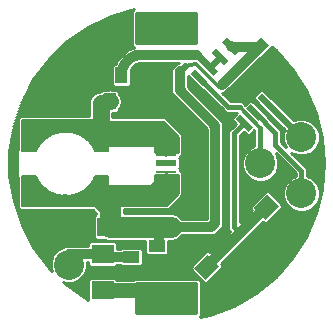
<source format=gtl>
G75*
%MOIN*%
%OFA0B0*%
%FSLAX25Y25*%
%IPPOS*%
%LPD*%
%AMOC8*
5,1,8,0,0,1.08239X$1,22.5*
%
%ADD10C,0.00500*%
%ADD11C,0.00160*%
%ADD12R,0.05000X0.05000*%
%ADD13R,0.06693X0.01969*%
%ADD14R,0.06693X0.00984*%
%ADD15R,0.03937X0.05512*%
%ADD16R,0.06299X0.05512*%
%ADD17C,0.10000*%
%ADD18R,0.05512X0.03937*%
%ADD19R,0.03543X0.06299*%
%ADD20R,0.03543X0.05118*%
%ADD21R,0.02165X0.05906*%
%ADD22R,0.07480X0.06299*%
%ADD23C,0.01000*%
%ADD24R,0.04156X0.04156*%
%ADD25OC8,0.04156*%
%ADD26C,0.05600*%
%ADD27C,0.07000*%
%ADD28C,0.02400*%
%ADD29C,0.03200*%
%ADD30C,0.01200*%
%ADD31C,0.01600*%
%ADD32R,0.03762X0.03762*%
%ADD33C,0.05000*%
D10*
X0059880Y0068630D02*
X0059880Y0078866D01*
X0064407Y0078866D01*
X0064770Y0077609D01*
X0065324Y0076424D01*
X0066058Y0075340D01*
X0066951Y0074384D01*
X0067983Y0073580D01*
X0069129Y0072947D01*
X0070359Y0072501D01*
X0071644Y0072253D01*
X0072951Y0072209D01*
X0074250Y0072370D01*
X0075556Y0072162D01*
X0076879Y0072170D01*
X0078182Y0072396D01*
X0079431Y0072832D01*
X0080591Y0073467D01*
X0081631Y0074284D01*
X0082523Y0075261D01*
X0083243Y0076371D01*
X0083771Y0077583D01*
X0084093Y0078866D01*
X0088620Y0078866D01*
X0088620Y0068630D01*
X0059880Y0068630D01*
X0059880Y0068870D02*
X0088620Y0068870D01*
X0088620Y0069369D02*
X0059880Y0069369D01*
X0059880Y0069868D02*
X0088620Y0069868D01*
X0088620Y0070366D02*
X0059880Y0070366D01*
X0059880Y0070865D02*
X0088620Y0070865D01*
X0088620Y0071363D02*
X0059880Y0071363D01*
X0059880Y0071862D02*
X0088620Y0071862D01*
X0088620Y0072360D02*
X0077975Y0072360D01*
X0079479Y0072859D02*
X0088620Y0072859D01*
X0088620Y0073357D02*
X0080389Y0073357D01*
X0081085Y0073856D02*
X0088620Y0073856D01*
X0088620Y0074354D02*
X0081694Y0074354D01*
X0082150Y0074853D02*
X0088620Y0074853D01*
X0088620Y0075351D02*
X0082581Y0075351D01*
X0082905Y0075850D02*
X0088620Y0075850D01*
X0088620Y0076348D02*
X0083228Y0076348D01*
X0083450Y0076847D02*
X0088620Y0076847D01*
X0088620Y0077345D02*
X0083667Y0077345D01*
X0083836Y0077844D02*
X0088620Y0077844D01*
X0088620Y0078342D02*
X0083961Y0078342D01*
X0084086Y0078841D02*
X0088620Y0078841D01*
X0088620Y0087134D02*
X0084093Y0087134D01*
X0083730Y0088391D01*
X0083176Y0089576D01*
X0082442Y0090660D01*
X0081549Y0091616D01*
X0080517Y0092420D01*
X0079371Y0093053D01*
X0078141Y0093499D01*
X0076856Y0093747D01*
X0075549Y0093791D01*
X0074250Y0093630D01*
X0072944Y0093838D01*
X0071621Y0093830D01*
X0070318Y0093604D01*
X0069069Y0093168D01*
X0067909Y0092533D01*
X0066869Y0091716D01*
X0065977Y0090739D01*
X0065257Y0089629D01*
X0064729Y0088417D01*
X0064407Y0087134D01*
X0059880Y0087134D01*
X0059880Y0097370D01*
X0088620Y0097370D01*
X0088620Y0087134D01*
X0088620Y0087315D02*
X0084040Y0087315D01*
X0083897Y0087814D02*
X0088620Y0087814D01*
X0088620Y0088312D02*
X0083753Y0088312D01*
X0083534Y0088811D02*
X0088620Y0088811D01*
X0088620Y0089309D02*
X0083301Y0089309D01*
X0083019Y0089808D02*
X0088620Y0089808D01*
X0088620Y0090306D02*
X0082682Y0090306D01*
X0082307Y0090805D02*
X0088620Y0090805D01*
X0088620Y0091303D02*
X0081841Y0091303D01*
X0081310Y0091802D02*
X0088620Y0091802D01*
X0088620Y0092301D02*
X0080670Y0092301D01*
X0079831Y0092799D02*
X0088620Y0092799D01*
X0088620Y0093298D02*
X0078697Y0093298D01*
X0073209Y0093796D02*
X0088620Y0093796D01*
X0088620Y0094295D02*
X0059880Y0094295D01*
X0059880Y0094793D02*
X0088620Y0094793D01*
X0088620Y0095292D02*
X0059880Y0095292D01*
X0059880Y0095790D02*
X0088620Y0095790D01*
X0088620Y0096289D02*
X0059880Y0096289D01*
X0059880Y0096787D02*
X0088620Y0096787D01*
X0088620Y0097286D02*
X0059880Y0097286D01*
X0059880Y0093796D02*
X0071427Y0093796D01*
X0069441Y0093298D02*
X0059880Y0093298D01*
X0059880Y0092799D02*
X0068396Y0092799D01*
X0067614Y0092301D02*
X0059880Y0092301D01*
X0059880Y0091802D02*
X0066979Y0091802D01*
X0066493Y0091303D02*
X0059880Y0091303D01*
X0059880Y0090805D02*
X0066037Y0090805D01*
X0065697Y0090306D02*
X0059880Y0090306D01*
X0059880Y0089808D02*
X0065373Y0089808D01*
X0065118Y0089309D02*
X0059880Y0089309D01*
X0059880Y0088811D02*
X0064901Y0088811D01*
X0064703Y0088312D02*
X0059880Y0088312D01*
X0059880Y0087814D02*
X0064578Y0087814D01*
X0064453Y0087315D02*
X0059880Y0087315D01*
X0059880Y0078841D02*
X0064415Y0078841D01*
X0064558Y0078342D02*
X0059880Y0078342D01*
X0059880Y0077844D02*
X0064702Y0077844D01*
X0064893Y0077345D02*
X0059880Y0077345D01*
X0059880Y0076847D02*
X0065126Y0076847D01*
X0065375Y0076348D02*
X0059880Y0076348D01*
X0059880Y0075850D02*
X0065713Y0075850D01*
X0066050Y0075351D02*
X0059880Y0075351D01*
X0059880Y0074853D02*
X0066513Y0074853D01*
X0066989Y0074354D02*
X0059880Y0074354D01*
X0059880Y0073856D02*
X0067629Y0073856D01*
X0068386Y0073357D02*
X0059880Y0073357D01*
X0059880Y0072859D02*
X0069372Y0072859D01*
X0071088Y0072360D02*
X0059880Y0072360D01*
X0074169Y0072360D02*
X0074313Y0072360D01*
D11*
X0085354Y0087643D02*
X0084027Y0087085D01*
X0083922Y0087323D01*
X0083810Y0087558D01*
X0083694Y0087790D01*
X0083571Y0088019D01*
X0083443Y0088245D01*
X0083309Y0088468D01*
X0083170Y0088688D01*
X0083026Y0088904D01*
X0082876Y0089117D01*
X0082722Y0089326D01*
X0082562Y0089531D01*
X0082397Y0089732D01*
X0082228Y0089929D01*
X0082054Y0090122D01*
X0081875Y0090310D01*
X0081691Y0090494D01*
X0081503Y0090674D01*
X0081311Y0090849D01*
X0081114Y0091019D01*
X0080914Y0091184D01*
X0080709Y0091345D01*
X0080501Y0091500D01*
X0080289Y0091650D01*
X0080073Y0091796D01*
X0079854Y0091935D01*
X0079632Y0092070D01*
X0079406Y0092198D01*
X0079177Y0092322D01*
X0078945Y0092440D01*
X0078711Y0092552D01*
X0078474Y0092658D01*
X0078234Y0092758D01*
X0077992Y0092853D01*
X0077747Y0092942D01*
X0077501Y0093024D01*
X0077253Y0093101D01*
X0077002Y0093171D01*
X0076751Y0093236D01*
X0076497Y0093294D01*
X0076243Y0093346D01*
X0075987Y0093392D01*
X0075730Y0093432D01*
X0075472Y0093465D01*
X0075213Y0093492D01*
X0074954Y0093513D01*
X0074695Y0093527D01*
X0074435Y0093535D01*
X0074175Y0093537D01*
X0073915Y0093532D01*
X0073656Y0093521D01*
X0073396Y0093504D01*
X0073137Y0093480D01*
X0072879Y0093450D01*
X0072622Y0093414D01*
X0072365Y0093372D01*
X0072110Y0093323D01*
X0071856Y0093268D01*
X0071603Y0093207D01*
X0071352Y0093140D01*
X0071103Y0093066D01*
X0070855Y0092987D01*
X0070610Y0092901D01*
X0070367Y0092810D01*
X0070125Y0092713D01*
X0069887Y0092610D01*
X0069651Y0092501D01*
X0069418Y0092386D01*
X0069187Y0092266D01*
X0068960Y0092140D01*
X0068736Y0092008D01*
X0068515Y0091872D01*
X0068297Y0091729D01*
X0068083Y0091582D01*
X0067873Y0091429D01*
X0067666Y0091272D01*
X0067463Y0091109D01*
X0067265Y0090941D01*
X0067070Y0090769D01*
X0066880Y0090592D01*
X0066694Y0090410D01*
X0066512Y0090224D01*
X0066336Y0090033D01*
X0066163Y0089839D01*
X0065996Y0089640D01*
X0065834Y0089437D01*
X0065676Y0089230D01*
X0065524Y0089019D01*
X0065377Y0088805D01*
X0065235Y0088587D01*
X0065099Y0088366D01*
X0064967Y0088142D01*
X0064842Y0087914D01*
X0064722Y0087683D01*
X0064608Y0087450D01*
X0064499Y0087214D01*
X0064396Y0086975D01*
X0063063Y0087518D01*
X0063179Y0087790D01*
X0063302Y0088058D01*
X0063432Y0088323D01*
X0063568Y0088585D01*
X0063710Y0088844D01*
X0063859Y0089099D01*
X0064014Y0089351D01*
X0064175Y0089598D01*
X0064342Y0089842D01*
X0064515Y0090081D01*
X0064693Y0090316D01*
X0064878Y0090547D01*
X0065068Y0090773D01*
X0065263Y0090994D01*
X0065464Y0091211D01*
X0065670Y0091422D01*
X0065881Y0091629D01*
X0066097Y0091830D01*
X0066318Y0092026D01*
X0066543Y0092217D01*
X0066773Y0092402D01*
X0067008Y0092581D01*
X0067247Y0092754D01*
X0067490Y0092922D01*
X0067737Y0093084D01*
X0067988Y0093239D01*
X0068243Y0093389D01*
X0068501Y0093532D01*
X0068763Y0093669D01*
X0069028Y0093799D01*
X0069296Y0093923D01*
X0069567Y0094040D01*
X0069841Y0094151D01*
X0070117Y0094255D01*
X0070396Y0094352D01*
X0070677Y0094442D01*
X0070960Y0094525D01*
X0071245Y0094602D01*
X0071532Y0094671D01*
X0071821Y0094734D01*
X0072111Y0094789D01*
X0072402Y0094837D01*
X0072695Y0094879D01*
X0072988Y0094913D01*
X0073282Y0094939D01*
X0073577Y0094959D01*
X0073872Y0094972D01*
X0074167Y0094977D01*
X0074462Y0094975D01*
X0074757Y0094966D01*
X0075052Y0094949D01*
X0075347Y0094926D01*
X0075640Y0094895D01*
X0075933Y0094857D01*
X0076225Y0094812D01*
X0076516Y0094760D01*
X0076805Y0094701D01*
X0077093Y0094635D01*
X0077379Y0094561D01*
X0077663Y0094481D01*
X0077945Y0094394D01*
X0078225Y0094300D01*
X0078502Y0094199D01*
X0078777Y0094092D01*
X0079050Y0093978D01*
X0079319Y0093857D01*
X0079586Y0093729D01*
X0079849Y0093596D01*
X0080109Y0093455D01*
X0080365Y0093309D01*
X0080618Y0093156D01*
X0080867Y0092997D01*
X0081112Y0092832D01*
X0081352Y0092662D01*
X0081589Y0092485D01*
X0081821Y0092303D01*
X0082049Y0092115D01*
X0082272Y0091921D01*
X0082490Y0091722D01*
X0082704Y0091518D01*
X0082912Y0091309D01*
X0083115Y0091095D01*
X0083313Y0090875D01*
X0083505Y0090651D01*
X0083692Y0090423D01*
X0083874Y0090190D01*
X0084049Y0089952D01*
X0084219Y0089711D01*
X0084383Y0089465D01*
X0084540Y0089215D01*
X0084692Y0088962D01*
X0084837Y0088705D01*
X0084976Y0088444D01*
X0085109Y0088181D01*
X0085235Y0087914D01*
X0085355Y0087644D01*
X0085215Y0087585D01*
X0085097Y0087852D01*
X0084973Y0088115D01*
X0084842Y0088376D01*
X0084704Y0088633D01*
X0084561Y0088887D01*
X0084411Y0089137D01*
X0084256Y0089384D01*
X0084094Y0089626D01*
X0083926Y0089865D01*
X0083753Y0090099D01*
X0083574Y0090329D01*
X0083389Y0090555D01*
X0083199Y0090776D01*
X0083004Y0090993D01*
X0082803Y0091204D01*
X0082598Y0091411D01*
X0082387Y0091612D01*
X0082171Y0091809D01*
X0081951Y0092000D01*
X0081726Y0092185D01*
X0081497Y0092365D01*
X0081263Y0092540D01*
X0081025Y0092708D01*
X0080783Y0092871D01*
X0080538Y0093028D01*
X0080288Y0093179D01*
X0080035Y0093324D01*
X0079778Y0093462D01*
X0079518Y0093594D01*
X0079255Y0093720D01*
X0078989Y0093839D01*
X0078720Y0093952D01*
X0078449Y0094058D01*
X0078175Y0094158D01*
X0077898Y0094250D01*
X0077620Y0094336D01*
X0077339Y0094416D01*
X0077057Y0094488D01*
X0076773Y0094553D01*
X0076487Y0094612D01*
X0076200Y0094663D01*
X0075912Y0094708D01*
X0075623Y0094745D01*
X0075333Y0094775D01*
X0075042Y0094799D01*
X0074751Y0094815D01*
X0074459Y0094824D01*
X0074168Y0094826D01*
X0073876Y0094821D01*
X0073585Y0094808D01*
X0073294Y0094789D01*
X0073004Y0094762D01*
X0072714Y0094729D01*
X0072425Y0094688D01*
X0072138Y0094640D01*
X0071851Y0094586D01*
X0071566Y0094524D01*
X0071283Y0094456D01*
X0071001Y0094380D01*
X0070722Y0094298D01*
X0070444Y0094209D01*
X0070169Y0094113D01*
X0069896Y0094010D01*
X0069625Y0093901D01*
X0069358Y0093785D01*
X0069093Y0093663D01*
X0068832Y0093534D01*
X0068573Y0093399D01*
X0068318Y0093258D01*
X0068067Y0093110D01*
X0067819Y0092957D01*
X0067575Y0092797D01*
X0067335Y0092632D01*
X0067099Y0092460D01*
X0066867Y0092283D01*
X0066640Y0092101D01*
X0066417Y0091912D01*
X0066199Y0091719D01*
X0065986Y0091520D01*
X0065777Y0091316D01*
X0065574Y0091107D01*
X0065376Y0090894D01*
X0065183Y0090675D01*
X0064995Y0090452D01*
X0064813Y0090224D01*
X0064637Y0089992D01*
X0064466Y0089755D01*
X0064301Y0089515D01*
X0064142Y0089271D01*
X0063989Y0089022D01*
X0063842Y0088770D01*
X0063702Y0088515D01*
X0063567Y0088256D01*
X0063439Y0087994D01*
X0063318Y0087729D01*
X0063202Y0087461D01*
X0063342Y0087404D01*
X0063456Y0087669D01*
X0063576Y0087931D01*
X0063702Y0088189D01*
X0063835Y0088445D01*
X0063974Y0088697D01*
X0064119Y0088945D01*
X0064270Y0089190D01*
X0064427Y0089432D01*
X0064590Y0089669D01*
X0064758Y0089903D01*
X0064933Y0090132D01*
X0065112Y0090357D01*
X0065298Y0090577D01*
X0065488Y0090793D01*
X0065684Y0091004D01*
X0065885Y0091210D01*
X0066090Y0091411D01*
X0066301Y0091608D01*
X0066516Y0091799D01*
X0066736Y0091984D01*
X0066961Y0092165D01*
X0067189Y0092339D01*
X0067422Y0092509D01*
X0067659Y0092672D01*
X0067900Y0092830D01*
X0068145Y0092981D01*
X0068393Y0093127D01*
X0068645Y0093266D01*
X0068900Y0093400D01*
X0069158Y0093527D01*
X0069420Y0093647D01*
X0069684Y0093762D01*
X0069951Y0093869D01*
X0070220Y0093971D01*
X0070492Y0094065D01*
X0070766Y0094153D01*
X0071042Y0094235D01*
X0071321Y0094309D01*
X0071600Y0094377D01*
X0071882Y0094438D01*
X0072164Y0094492D01*
X0072448Y0094539D01*
X0072733Y0094579D01*
X0073019Y0094612D01*
X0073306Y0094638D01*
X0073593Y0094658D01*
X0073881Y0094670D01*
X0074169Y0094675D01*
X0074457Y0094673D01*
X0074744Y0094664D01*
X0075032Y0094648D01*
X0075319Y0094625D01*
X0075605Y0094595D01*
X0075890Y0094558D01*
X0076175Y0094514D01*
X0076458Y0094464D01*
X0076740Y0094406D01*
X0077021Y0094341D01*
X0077300Y0094270D01*
X0077577Y0094192D01*
X0077852Y0094107D01*
X0078125Y0094015D01*
X0078395Y0093917D01*
X0078663Y0093812D01*
X0078929Y0093701D01*
X0079192Y0093583D01*
X0079451Y0093459D01*
X0079708Y0093328D01*
X0079961Y0093192D01*
X0080211Y0093049D01*
X0080458Y0092900D01*
X0080700Y0092745D01*
X0080939Y0092585D01*
X0081174Y0092418D01*
X0081405Y0092246D01*
X0081631Y0092068D01*
X0081853Y0091885D01*
X0082071Y0091696D01*
X0082283Y0091502D01*
X0082491Y0091303D01*
X0082694Y0091099D01*
X0082893Y0090891D01*
X0083085Y0090677D01*
X0083273Y0090459D01*
X0083455Y0090236D01*
X0083632Y0090009D01*
X0083803Y0089777D01*
X0083969Y0089542D01*
X0084128Y0089302D01*
X0084282Y0089059D01*
X0084430Y0088812D01*
X0084572Y0088561D01*
X0084707Y0088307D01*
X0084837Y0088050D01*
X0084960Y0087790D01*
X0085076Y0087527D01*
X0084937Y0087468D01*
X0084822Y0087728D01*
X0084700Y0087985D01*
X0084573Y0088239D01*
X0084439Y0088489D01*
X0084299Y0088737D01*
X0084153Y0088980D01*
X0084001Y0089221D01*
X0083844Y0089457D01*
X0083680Y0089690D01*
X0083511Y0089918D01*
X0083337Y0090142D01*
X0083157Y0090362D01*
X0082972Y0090578D01*
X0082781Y0090789D01*
X0082586Y0090995D01*
X0082385Y0091196D01*
X0082180Y0091392D01*
X0081970Y0091584D01*
X0081755Y0091770D01*
X0081536Y0091951D01*
X0081312Y0092126D01*
X0081085Y0092296D01*
X0080853Y0092461D01*
X0080617Y0092619D01*
X0080377Y0092772D01*
X0080134Y0092919D01*
X0079888Y0093060D01*
X0079637Y0093195D01*
X0079384Y0093324D01*
X0079128Y0093446D01*
X0078868Y0093562D01*
X0078606Y0093672D01*
X0078342Y0093776D01*
X0078075Y0093873D01*
X0077805Y0093963D01*
X0077534Y0094047D01*
X0077260Y0094124D01*
X0076985Y0094195D01*
X0076708Y0094258D01*
X0076430Y0094315D01*
X0076150Y0094365D01*
X0075869Y0094409D01*
X0075587Y0094445D01*
X0075305Y0094475D01*
X0075021Y0094497D01*
X0074738Y0094513D01*
X0074454Y0094522D01*
X0074170Y0094524D01*
X0073885Y0094519D01*
X0073602Y0094507D01*
X0073318Y0094488D01*
X0073035Y0094462D01*
X0072753Y0094429D01*
X0072471Y0094390D01*
X0072191Y0094343D01*
X0071912Y0094290D01*
X0071634Y0094230D01*
X0071358Y0094163D01*
X0071084Y0094089D01*
X0070811Y0094009D01*
X0070540Y0093922D01*
X0070272Y0093829D01*
X0070006Y0093729D01*
X0069743Y0093622D01*
X0069482Y0093510D01*
X0069224Y0093391D01*
X0068969Y0093265D01*
X0068717Y0093134D01*
X0068468Y0092996D01*
X0068223Y0092852D01*
X0067982Y0092702D01*
X0067744Y0092547D01*
X0067510Y0092386D01*
X0067280Y0092219D01*
X0067054Y0092046D01*
X0066833Y0091868D01*
X0066616Y0091685D01*
X0066403Y0091496D01*
X0066195Y0091303D01*
X0065992Y0091104D01*
X0065794Y0090900D01*
X0065600Y0090692D01*
X0065412Y0090479D01*
X0065230Y0090261D01*
X0065052Y0090040D01*
X0064880Y0089813D01*
X0064714Y0089583D01*
X0064553Y0089349D01*
X0064398Y0089110D01*
X0064249Y0088869D01*
X0064106Y0088623D01*
X0063969Y0088374D01*
X0063838Y0088122D01*
X0063713Y0087867D01*
X0063594Y0087609D01*
X0063482Y0087347D01*
X0063622Y0087290D01*
X0063733Y0087548D01*
X0063850Y0087803D01*
X0063973Y0088055D01*
X0064102Y0088304D01*
X0064238Y0088549D01*
X0064379Y0088792D01*
X0064526Y0089030D01*
X0064679Y0089265D01*
X0064838Y0089497D01*
X0065002Y0089724D01*
X0065172Y0089947D01*
X0065347Y0090166D01*
X0065527Y0090381D01*
X0065713Y0090591D01*
X0065904Y0090797D01*
X0066099Y0090998D01*
X0066300Y0091194D01*
X0066505Y0091385D01*
X0066715Y0091571D01*
X0066929Y0091752D01*
X0067148Y0091928D01*
X0067371Y0092098D01*
X0067598Y0092263D01*
X0067829Y0092422D01*
X0068063Y0092575D01*
X0068302Y0092723D01*
X0068544Y0092865D01*
X0068789Y0093001D01*
X0069038Y0093131D01*
X0069289Y0093254D01*
X0069544Y0093372D01*
X0069801Y0093483D01*
X0070061Y0093588D01*
X0070324Y0093687D01*
X0070589Y0093779D01*
X0070856Y0093865D01*
X0071125Y0093944D01*
X0071396Y0094017D01*
X0071668Y0094083D01*
X0071942Y0094142D01*
X0072218Y0094195D01*
X0072494Y0094240D01*
X0072772Y0094280D01*
X0073051Y0094312D01*
X0073330Y0094337D01*
X0073610Y0094356D01*
X0073890Y0094368D01*
X0074170Y0094373D01*
X0074451Y0094371D01*
X0074731Y0094362D01*
X0075011Y0094347D01*
X0075291Y0094324D01*
X0075570Y0094295D01*
X0075848Y0094259D01*
X0076125Y0094217D01*
X0076401Y0094167D01*
X0076676Y0094111D01*
X0076949Y0094048D01*
X0077221Y0093978D01*
X0077491Y0093902D01*
X0077759Y0093819D01*
X0078025Y0093730D01*
X0078288Y0093635D01*
X0078549Y0093532D01*
X0078808Y0093424D01*
X0079064Y0093309D01*
X0079317Y0093188D01*
X0079567Y0093061D01*
X0079814Y0092928D01*
X0080057Y0092789D01*
X0080297Y0092644D01*
X0080534Y0092493D01*
X0080767Y0092337D01*
X0080995Y0092174D01*
X0081220Y0092007D01*
X0081441Y0091834D01*
X0081657Y0091655D01*
X0081869Y0091471D01*
X0082076Y0091283D01*
X0082279Y0091089D01*
X0082477Y0090890D01*
X0082670Y0090687D01*
X0082858Y0090478D01*
X0083041Y0090266D01*
X0083218Y0090049D01*
X0083391Y0089827D01*
X0083557Y0089602D01*
X0083719Y0089372D01*
X0083874Y0089139D01*
X0084024Y0088902D01*
X0084168Y0088661D01*
X0084306Y0088417D01*
X0084438Y0088170D01*
X0084564Y0087919D01*
X0084684Y0087666D01*
X0084798Y0087409D01*
X0084659Y0087351D01*
X0084546Y0087604D01*
X0084428Y0087854D01*
X0084304Y0088101D01*
X0084173Y0088345D01*
X0084037Y0088586D01*
X0083895Y0088824D01*
X0083747Y0089058D01*
X0083593Y0089288D01*
X0083434Y0089514D01*
X0083270Y0089737D01*
X0083100Y0089955D01*
X0082924Y0090169D01*
X0082744Y0090379D01*
X0082559Y0090585D01*
X0082368Y0090785D01*
X0082173Y0090981D01*
X0081973Y0091173D01*
X0081768Y0091359D01*
X0081559Y0091540D01*
X0081346Y0091716D01*
X0081128Y0091887D01*
X0080906Y0092053D01*
X0080680Y0092213D01*
X0080451Y0092367D01*
X0080217Y0092516D01*
X0079980Y0092659D01*
X0079740Y0092796D01*
X0079497Y0092928D01*
X0079250Y0093053D01*
X0079000Y0093172D01*
X0078748Y0093286D01*
X0078492Y0093393D01*
X0078235Y0093493D01*
X0077975Y0093588D01*
X0077712Y0093676D01*
X0077448Y0093757D01*
X0077181Y0093833D01*
X0076913Y0093901D01*
X0076644Y0093963D01*
X0076372Y0094019D01*
X0076100Y0094068D01*
X0075827Y0094110D01*
X0075552Y0094145D01*
X0075277Y0094174D01*
X0075001Y0094196D01*
X0074725Y0094211D01*
X0074448Y0094220D01*
X0074171Y0094222D01*
X0073895Y0094217D01*
X0073618Y0094205D01*
X0073342Y0094187D01*
X0073066Y0094162D01*
X0072791Y0094130D01*
X0072517Y0094091D01*
X0072244Y0094046D01*
X0071973Y0093994D01*
X0071702Y0093936D01*
X0071433Y0093870D01*
X0071166Y0093799D01*
X0070900Y0093721D01*
X0070637Y0093636D01*
X0070375Y0093545D01*
X0070116Y0093448D01*
X0069860Y0093344D01*
X0069606Y0093234D01*
X0069355Y0093118D01*
X0069106Y0092996D01*
X0068861Y0092868D01*
X0068619Y0092734D01*
X0068380Y0092594D01*
X0068145Y0092448D01*
X0067913Y0092297D01*
X0067685Y0092140D01*
X0067461Y0091977D01*
X0067241Y0091809D01*
X0067026Y0091636D01*
X0066814Y0091457D01*
X0066607Y0091274D01*
X0066405Y0091085D01*
X0066207Y0090892D01*
X0066014Y0090693D01*
X0065825Y0090491D01*
X0065642Y0090283D01*
X0065464Y0090071D01*
X0065291Y0089855D01*
X0065124Y0089635D01*
X0064962Y0089410D01*
X0064805Y0089182D01*
X0064654Y0088950D01*
X0064509Y0088715D01*
X0064369Y0088476D01*
X0064236Y0088233D01*
X0064108Y0087988D01*
X0063987Y0087739D01*
X0063871Y0087488D01*
X0063762Y0087234D01*
X0063902Y0087177D01*
X0064010Y0087427D01*
X0064124Y0087675D01*
X0064244Y0087921D01*
X0064369Y0088163D01*
X0064501Y0088402D01*
X0064639Y0088638D01*
X0064782Y0088870D01*
X0064931Y0089099D01*
X0065086Y0089324D01*
X0065246Y0089546D01*
X0065411Y0089763D01*
X0065581Y0089976D01*
X0065757Y0090185D01*
X0065938Y0090390D01*
X0066124Y0090590D01*
X0066314Y0090786D01*
X0066509Y0090976D01*
X0066709Y0091162D01*
X0066913Y0091344D01*
X0067122Y0091520D01*
X0067335Y0091691D01*
X0067552Y0091856D01*
X0067773Y0092017D01*
X0067998Y0092172D01*
X0068226Y0092321D01*
X0068458Y0092465D01*
X0068694Y0092603D01*
X0068933Y0092735D01*
X0069175Y0092862D01*
X0069420Y0092982D01*
X0069668Y0093097D01*
X0069918Y0093205D01*
X0070172Y0093307D01*
X0070427Y0093403D01*
X0070685Y0093493D01*
X0070945Y0093576D01*
X0071207Y0093654D01*
X0071471Y0093724D01*
X0071736Y0093788D01*
X0072003Y0093846D01*
X0072271Y0093897D01*
X0072540Y0093942D01*
X0072811Y0093980D01*
X0073082Y0094011D01*
X0073354Y0094036D01*
X0073626Y0094054D01*
X0073899Y0094066D01*
X0074172Y0094071D01*
X0074445Y0094069D01*
X0074718Y0094061D01*
X0074991Y0094045D01*
X0075263Y0094024D01*
X0075534Y0093995D01*
X0075805Y0093960D01*
X0076075Y0093919D01*
X0076344Y0093871D01*
X0076611Y0093816D01*
X0076877Y0093755D01*
X0077142Y0093687D01*
X0077405Y0093613D01*
X0077666Y0093532D01*
X0077924Y0093445D01*
X0078181Y0093352D01*
X0078435Y0093253D01*
X0078687Y0093147D01*
X0078936Y0093036D01*
X0079183Y0092918D01*
X0079426Y0092794D01*
X0079666Y0092665D01*
X0079904Y0092529D01*
X0080137Y0092388D01*
X0080367Y0092241D01*
X0080594Y0092089D01*
X0080817Y0091931D01*
X0081036Y0091768D01*
X0081250Y0091599D01*
X0081461Y0091425D01*
X0081667Y0091247D01*
X0081869Y0091063D01*
X0082067Y0090874D01*
X0082259Y0090681D01*
X0082447Y0090482D01*
X0082630Y0090280D01*
X0082808Y0090073D01*
X0082981Y0089862D01*
X0083149Y0089646D01*
X0083311Y0089427D01*
X0083468Y0089203D01*
X0083620Y0088976D01*
X0083766Y0088745D01*
X0083906Y0088511D01*
X0084041Y0088273D01*
X0084169Y0088033D01*
X0084292Y0087789D01*
X0084409Y0087542D01*
X0084519Y0087292D01*
X0084380Y0087234D01*
X0084271Y0087480D01*
X0084156Y0087723D01*
X0084035Y0087964D01*
X0083908Y0088202D01*
X0083775Y0088436D01*
X0083637Y0088667D01*
X0083493Y0088895D01*
X0083343Y0089119D01*
X0083188Y0089339D01*
X0083028Y0089556D01*
X0082863Y0089768D01*
X0082692Y0089976D01*
X0082516Y0090181D01*
X0082336Y0090380D01*
X0082151Y0090576D01*
X0081960Y0090767D01*
X0081766Y0090953D01*
X0081567Y0091134D01*
X0081363Y0091310D01*
X0081155Y0091482D01*
X0080943Y0091648D01*
X0080727Y0091809D01*
X0080508Y0091965D01*
X0080284Y0092115D01*
X0080057Y0092260D01*
X0079827Y0092399D01*
X0079593Y0092533D01*
X0079356Y0092661D01*
X0079116Y0092783D01*
X0078873Y0092899D01*
X0078627Y0093009D01*
X0078378Y0093113D01*
X0078128Y0093211D01*
X0077874Y0093303D01*
X0077619Y0093389D01*
X0077362Y0093468D01*
X0077102Y0093541D01*
X0076842Y0093608D01*
X0076579Y0093668D01*
X0076315Y0093722D01*
X0076050Y0093770D01*
X0075784Y0093811D01*
X0075517Y0093845D01*
X0075249Y0093873D01*
X0074980Y0093895D01*
X0074712Y0093910D01*
X0074442Y0093918D01*
X0074173Y0093920D01*
X0073904Y0093915D01*
X0073635Y0093904D01*
X0073366Y0093886D01*
X0073098Y0093861D01*
X0072830Y0093830D01*
X0072563Y0093793D01*
X0072298Y0093749D01*
X0072033Y0093698D01*
X0071770Y0093641D01*
X0071508Y0093578D01*
X0071248Y0093508D01*
X0070990Y0093432D01*
X0070733Y0093350D01*
X0070479Y0093261D01*
X0070227Y0093167D01*
X0069977Y0093066D01*
X0069730Y0092959D01*
X0069485Y0092846D01*
X0069243Y0092727D01*
X0069005Y0092602D01*
X0068769Y0092472D01*
X0068537Y0092336D01*
X0068308Y0092194D01*
X0068082Y0092047D01*
X0067861Y0091894D01*
X0067643Y0091736D01*
X0067429Y0091572D01*
X0067219Y0091404D01*
X0067013Y0091230D01*
X0066811Y0091051D01*
X0066614Y0090868D01*
X0066421Y0090679D01*
X0066234Y0090486D01*
X0066050Y0090289D01*
X0065872Y0090087D01*
X0065699Y0089881D01*
X0065530Y0089671D01*
X0065367Y0089456D01*
X0065210Y0089238D01*
X0065057Y0089016D01*
X0064910Y0088790D01*
X0064769Y0088561D01*
X0064633Y0088328D01*
X0064503Y0088093D01*
X0064379Y0087854D01*
X0064260Y0087612D01*
X0064148Y0087367D01*
X0064041Y0087120D01*
X0064181Y0087063D01*
X0064286Y0087307D01*
X0064397Y0087548D01*
X0064514Y0087786D01*
X0064637Y0088022D01*
X0064765Y0088255D01*
X0064899Y0088484D01*
X0065038Y0088710D01*
X0065183Y0088933D01*
X0065334Y0089152D01*
X0065489Y0089367D01*
X0065650Y0089578D01*
X0065816Y0089786D01*
X0065987Y0089989D01*
X0066163Y0090188D01*
X0066343Y0090383D01*
X0066529Y0090573D01*
X0066719Y0090759D01*
X0066913Y0090940D01*
X0067112Y0091116D01*
X0067315Y0091287D01*
X0067522Y0091454D01*
X0067733Y0091615D01*
X0067948Y0091771D01*
X0068167Y0091922D01*
X0068389Y0092067D01*
X0068615Y0092207D01*
X0068844Y0092341D01*
X0069077Y0092470D01*
X0069312Y0092593D01*
X0069551Y0092710D01*
X0069792Y0092821D01*
X0070035Y0092927D01*
X0070282Y0093026D01*
X0070530Y0093119D01*
X0070781Y0093207D01*
X0071034Y0093288D01*
X0071289Y0093363D01*
X0071546Y0093432D01*
X0071804Y0093494D01*
X0072063Y0093550D01*
X0072324Y0093600D01*
X0072586Y0093643D01*
X0072849Y0093680D01*
X0073113Y0093711D01*
X0073378Y0093735D01*
X0073643Y0093753D01*
X0073908Y0093764D01*
X0074174Y0093769D01*
X0074439Y0093767D01*
X0074705Y0093759D01*
X0074970Y0093744D01*
X0075235Y0093723D01*
X0075499Y0093695D01*
X0075763Y0093661D01*
X0076025Y0093621D01*
X0076287Y0093574D01*
X0076547Y0093521D01*
X0076806Y0093461D01*
X0077063Y0093395D01*
X0077319Y0093323D01*
X0077572Y0093245D01*
X0077824Y0093160D01*
X0078074Y0093070D01*
X0078321Y0092973D01*
X0078566Y0092870D01*
X0078809Y0092762D01*
X0079048Y0092647D01*
X0079285Y0092527D01*
X0079519Y0092401D01*
X0079750Y0092269D01*
X0079977Y0092132D01*
X0080201Y0091989D01*
X0080421Y0091841D01*
X0080638Y0091687D01*
X0080851Y0091529D01*
X0081060Y0091365D01*
X0081265Y0091196D01*
X0081466Y0091022D01*
X0081662Y0090843D01*
X0081854Y0090659D01*
X0082042Y0090471D01*
X0082225Y0090278D01*
X0082403Y0090081D01*
X0082576Y0089880D01*
X0082744Y0089674D01*
X0082907Y0089465D01*
X0083065Y0089251D01*
X0083218Y0089034D01*
X0083366Y0088813D01*
X0083508Y0088589D01*
X0083644Y0088361D01*
X0083775Y0088130D01*
X0083900Y0087895D01*
X0084020Y0087658D01*
X0084133Y0087418D01*
X0084241Y0087175D01*
X0084102Y0087117D01*
X0083996Y0087356D01*
X0083884Y0087593D01*
X0083766Y0087827D01*
X0083642Y0088058D01*
X0083513Y0088286D01*
X0083379Y0088510D01*
X0083238Y0088732D01*
X0083093Y0088950D01*
X0082942Y0089164D01*
X0082787Y0089374D01*
X0082626Y0089581D01*
X0082460Y0089784D01*
X0082289Y0089982D01*
X0082113Y0090176D01*
X0081933Y0090366D01*
X0081748Y0090552D01*
X0081559Y0090733D01*
X0081365Y0090909D01*
X0081167Y0091081D01*
X0080965Y0091247D01*
X0080759Y0091409D01*
X0080549Y0091566D01*
X0080335Y0091717D01*
X0080118Y0091863D01*
X0079897Y0092004D01*
X0079673Y0092139D01*
X0079445Y0092269D01*
X0079215Y0092393D01*
X0078981Y0092512D01*
X0078745Y0092625D01*
X0078506Y0092732D01*
X0078264Y0092833D01*
X0078020Y0092929D01*
X0077774Y0093018D01*
X0077526Y0093101D01*
X0077276Y0093179D01*
X0077024Y0093250D01*
X0076770Y0093315D01*
X0076515Y0093373D01*
X0076258Y0093426D01*
X0076000Y0093472D01*
X0075741Y0093512D01*
X0075481Y0093545D01*
X0075221Y0093573D01*
X0074960Y0093594D01*
X0074698Y0093608D01*
X0074437Y0093616D01*
X0074175Y0093618D01*
X0073913Y0093613D01*
X0073651Y0093602D01*
X0073390Y0093585D01*
X0073129Y0093561D01*
X0072869Y0093531D01*
X0072609Y0093494D01*
X0072351Y0093451D01*
X0072094Y0093402D01*
X0071838Y0093347D01*
X0071583Y0093285D01*
X0071330Y0093218D01*
X0071079Y0093144D01*
X0070829Y0093064D01*
X0070582Y0092978D01*
X0070337Y0092885D01*
X0070094Y0092787D01*
X0069854Y0092683D01*
X0069616Y0092574D01*
X0069381Y0092458D01*
X0069149Y0092337D01*
X0068919Y0092210D01*
X0068694Y0092078D01*
X0068471Y0091940D01*
X0068252Y0091796D01*
X0068036Y0091648D01*
X0067824Y0091494D01*
X0067616Y0091335D01*
X0067411Y0091171D01*
X0067211Y0091002D01*
X0067015Y0090829D01*
X0066824Y0090650D01*
X0066636Y0090467D01*
X0066453Y0090279D01*
X0066275Y0090087D01*
X0066102Y0089891D01*
X0065933Y0089691D01*
X0065770Y0089486D01*
X0065611Y0089278D01*
X0065458Y0089066D01*
X0065309Y0088850D01*
X0065166Y0088630D01*
X0065029Y0088407D01*
X0064897Y0088181D01*
X0064770Y0087952D01*
X0064649Y0087719D01*
X0064534Y0087484D01*
X0064425Y0087246D01*
X0064321Y0087006D01*
X0063146Y0078357D02*
X0064473Y0078915D01*
X0064578Y0078677D01*
X0064690Y0078442D01*
X0064806Y0078210D01*
X0064929Y0077981D01*
X0065057Y0077755D01*
X0065191Y0077532D01*
X0065330Y0077312D01*
X0065474Y0077096D01*
X0065624Y0076883D01*
X0065778Y0076674D01*
X0065938Y0076469D01*
X0066103Y0076268D01*
X0066272Y0076071D01*
X0066446Y0075878D01*
X0066625Y0075690D01*
X0066809Y0075506D01*
X0066997Y0075326D01*
X0067189Y0075151D01*
X0067386Y0074981D01*
X0067586Y0074816D01*
X0067791Y0074655D01*
X0067999Y0074500D01*
X0068211Y0074350D01*
X0068427Y0074204D01*
X0068646Y0074065D01*
X0068868Y0073930D01*
X0069094Y0073802D01*
X0069323Y0073678D01*
X0069555Y0073560D01*
X0069789Y0073448D01*
X0070026Y0073342D01*
X0070266Y0073242D01*
X0070508Y0073147D01*
X0070753Y0073058D01*
X0070999Y0072976D01*
X0071247Y0072899D01*
X0071498Y0072829D01*
X0071749Y0072764D01*
X0072003Y0072706D01*
X0072257Y0072654D01*
X0072513Y0072608D01*
X0072770Y0072568D01*
X0073028Y0072535D01*
X0073287Y0072508D01*
X0073546Y0072487D01*
X0073805Y0072473D01*
X0074065Y0072465D01*
X0074325Y0072463D01*
X0074585Y0072468D01*
X0074844Y0072479D01*
X0075104Y0072496D01*
X0075363Y0072520D01*
X0075621Y0072550D01*
X0075878Y0072586D01*
X0076135Y0072628D01*
X0076390Y0072677D01*
X0076644Y0072732D01*
X0076897Y0072793D01*
X0077148Y0072860D01*
X0077397Y0072934D01*
X0077645Y0073013D01*
X0077890Y0073099D01*
X0078133Y0073190D01*
X0078375Y0073287D01*
X0078613Y0073390D01*
X0078849Y0073499D01*
X0079082Y0073614D01*
X0079313Y0073734D01*
X0079540Y0073860D01*
X0079764Y0073992D01*
X0079985Y0074128D01*
X0080203Y0074271D01*
X0080417Y0074418D01*
X0080627Y0074571D01*
X0080834Y0074728D01*
X0081037Y0074891D01*
X0081235Y0075059D01*
X0081430Y0075231D01*
X0081620Y0075408D01*
X0081806Y0075590D01*
X0081988Y0075776D01*
X0082164Y0075967D01*
X0082337Y0076161D01*
X0082504Y0076360D01*
X0082666Y0076563D01*
X0082824Y0076770D01*
X0082976Y0076981D01*
X0083123Y0077195D01*
X0083265Y0077413D01*
X0083401Y0077634D01*
X0083533Y0077858D01*
X0083658Y0078086D01*
X0083778Y0078317D01*
X0083892Y0078550D01*
X0084001Y0078786D01*
X0084104Y0079025D01*
X0085437Y0078482D01*
X0085321Y0078210D01*
X0085198Y0077942D01*
X0085068Y0077677D01*
X0084932Y0077415D01*
X0084790Y0077156D01*
X0084641Y0076901D01*
X0084486Y0076649D01*
X0084325Y0076402D01*
X0084158Y0076158D01*
X0083985Y0075919D01*
X0083807Y0075684D01*
X0083622Y0075453D01*
X0083432Y0075227D01*
X0083237Y0075006D01*
X0083036Y0074789D01*
X0082830Y0074578D01*
X0082619Y0074371D01*
X0082403Y0074170D01*
X0082182Y0073974D01*
X0081957Y0073783D01*
X0081727Y0073598D01*
X0081492Y0073419D01*
X0081253Y0073246D01*
X0081010Y0073078D01*
X0080763Y0072916D01*
X0080512Y0072761D01*
X0080257Y0072611D01*
X0079999Y0072468D01*
X0079737Y0072331D01*
X0079472Y0072201D01*
X0079204Y0072077D01*
X0078933Y0071960D01*
X0078659Y0071849D01*
X0078383Y0071745D01*
X0078104Y0071648D01*
X0077823Y0071558D01*
X0077540Y0071475D01*
X0077255Y0071398D01*
X0076968Y0071329D01*
X0076679Y0071266D01*
X0076389Y0071211D01*
X0076098Y0071163D01*
X0075805Y0071121D01*
X0075512Y0071087D01*
X0075218Y0071061D01*
X0074923Y0071041D01*
X0074628Y0071028D01*
X0074333Y0071023D01*
X0074038Y0071025D01*
X0073743Y0071034D01*
X0073448Y0071051D01*
X0073153Y0071074D01*
X0072860Y0071105D01*
X0072567Y0071143D01*
X0072275Y0071188D01*
X0071984Y0071240D01*
X0071695Y0071299D01*
X0071407Y0071365D01*
X0071121Y0071439D01*
X0070837Y0071519D01*
X0070555Y0071606D01*
X0070275Y0071700D01*
X0069998Y0071801D01*
X0069723Y0071908D01*
X0069450Y0072022D01*
X0069181Y0072143D01*
X0068914Y0072271D01*
X0068651Y0072404D01*
X0068391Y0072545D01*
X0068135Y0072691D01*
X0067882Y0072844D01*
X0067633Y0073003D01*
X0067388Y0073168D01*
X0067148Y0073338D01*
X0066911Y0073515D01*
X0066679Y0073697D01*
X0066451Y0073885D01*
X0066228Y0074079D01*
X0066010Y0074278D01*
X0065796Y0074482D01*
X0065588Y0074691D01*
X0065385Y0074905D01*
X0065187Y0075125D01*
X0064995Y0075349D01*
X0064808Y0075577D01*
X0064626Y0075810D01*
X0064451Y0076048D01*
X0064281Y0076289D01*
X0064117Y0076535D01*
X0063960Y0076785D01*
X0063808Y0077038D01*
X0063663Y0077295D01*
X0063524Y0077556D01*
X0063391Y0077819D01*
X0063265Y0078086D01*
X0063145Y0078356D01*
X0063285Y0078415D01*
X0063403Y0078148D01*
X0063527Y0077885D01*
X0063658Y0077624D01*
X0063796Y0077367D01*
X0063939Y0077113D01*
X0064089Y0076863D01*
X0064244Y0076616D01*
X0064406Y0076374D01*
X0064574Y0076135D01*
X0064747Y0075901D01*
X0064926Y0075671D01*
X0065111Y0075445D01*
X0065301Y0075224D01*
X0065496Y0075007D01*
X0065697Y0074796D01*
X0065902Y0074589D01*
X0066113Y0074388D01*
X0066329Y0074191D01*
X0066549Y0074000D01*
X0066774Y0073815D01*
X0067003Y0073635D01*
X0067237Y0073460D01*
X0067475Y0073292D01*
X0067717Y0073129D01*
X0067962Y0072972D01*
X0068212Y0072821D01*
X0068465Y0072676D01*
X0068722Y0072538D01*
X0068982Y0072406D01*
X0069245Y0072280D01*
X0069511Y0072161D01*
X0069780Y0072048D01*
X0070051Y0071942D01*
X0070325Y0071842D01*
X0070602Y0071750D01*
X0070880Y0071664D01*
X0071161Y0071584D01*
X0071443Y0071512D01*
X0071727Y0071447D01*
X0072013Y0071388D01*
X0072300Y0071337D01*
X0072588Y0071292D01*
X0072877Y0071255D01*
X0073167Y0071225D01*
X0073458Y0071201D01*
X0073749Y0071185D01*
X0074041Y0071176D01*
X0074332Y0071174D01*
X0074624Y0071179D01*
X0074915Y0071192D01*
X0075206Y0071211D01*
X0075496Y0071238D01*
X0075786Y0071271D01*
X0076075Y0071312D01*
X0076362Y0071360D01*
X0076649Y0071414D01*
X0076934Y0071476D01*
X0077217Y0071544D01*
X0077499Y0071620D01*
X0077778Y0071702D01*
X0078056Y0071791D01*
X0078331Y0071887D01*
X0078604Y0071990D01*
X0078875Y0072099D01*
X0079142Y0072215D01*
X0079407Y0072337D01*
X0079668Y0072466D01*
X0079927Y0072601D01*
X0080182Y0072742D01*
X0080433Y0072890D01*
X0080681Y0073043D01*
X0080925Y0073203D01*
X0081165Y0073368D01*
X0081401Y0073540D01*
X0081633Y0073717D01*
X0081860Y0073899D01*
X0082083Y0074088D01*
X0082301Y0074281D01*
X0082514Y0074480D01*
X0082723Y0074684D01*
X0082926Y0074893D01*
X0083124Y0075106D01*
X0083317Y0075325D01*
X0083505Y0075548D01*
X0083687Y0075776D01*
X0083863Y0076008D01*
X0084034Y0076245D01*
X0084199Y0076485D01*
X0084358Y0076729D01*
X0084511Y0076978D01*
X0084658Y0077230D01*
X0084798Y0077485D01*
X0084933Y0077744D01*
X0085061Y0078006D01*
X0085182Y0078271D01*
X0085298Y0078539D01*
X0085158Y0078596D01*
X0085044Y0078331D01*
X0084924Y0078069D01*
X0084798Y0077811D01*
X0084665Y0077555D01*
X0084526Y0077303D01*
X0084381Y0077055D01*
X0084230Y0076810D01*
X0084073Y0076568D01*
X0083910Y0076331D01*
X0083742Y0076097D01*
X0083567Y0075868D01*
X0083388Y0075643D01*
X0083202Y0075423D01*
X0083012Y0075207D01*
X0082816Y0074996D01*
X0082615Y0074790D01*
X0082410Y0074589D01*
X0082199Y0074392D01*
X0081984Y0074201D01*
X0081764Y0074016D01*
X0081539Y0073835D01*
X0081311Y0073661D01*
X0081078Y0073491D01*
X0080841Y0073328D01*
X0080600Y0073170D01*
X0080355Y0073019D01*
X0080107Y0072873D01*
X0079855Y0072734D01*
X0079600Y0072600D01*
X0079342Y0072473D01*
X0079080Y0072353D01*
X0078816Y0072238D01*
X0078549Y0072131D01*
X0078280Y0072029D01*
X0078008Y0071935D01*
X0077734Y0071847D01*
X0077458Y0071765D01*
X0077179Y0071691D01*
X0076900Y0071623D01*
X0076618Y0071562D01*
X0076336Y0071508D01*
X0076052Y0071461D01*
X0075767Y0071421D01*
X0075481Y0071388D01*
X0075194Y0071362D01*
X0074907Y0071342D01*
X0074619Y0071330D01*
X0074331Y0071325D01*
X0074043Y0071327D01*
X0073756Y0071336D01*
X0073468Y0071352D01*
X0073181Y0071375D01*
X0072895Y0071405D01*
X0072610Y0071442D01*
X0072325Y0071486D01*
X0072042Y0071536D01*
X0071760Y0071594D01*
X0071479Y0071659D01*
X0071200Y0071730D01*
X0070923Y0071808D01*
X0070648Y0071893D01*
X0070375Y0071985D01*
X0070105Y0072083D01*
X0069837Y0072188D01*
X0069571Y0072299D01*
X0069308Y0072417D01*
X0069049Y0072541D01*
X0068792Y0072672D01*
X0068539Y0072808D01*
X0068289Y0072951D01*
X0068042Y0073100D01*
X0067800Y0073255D01*
X0067561Y0073415D01*
X0067326Y0073582D01*
X0067095Y0073754D01*
X0066869Y0073932D01*
X0066647Y0074115D01*
X0066429Y0074304D01*
X0066217Y0074498D01*
X0066009Y0074697D01*
X0065806Y0074901D01*
X0065607Y0075109D01*
X0065415Y0075323D01*
X0065227Y0075541D01*
X0065045Y0075764D01*
X0064868Y0075991D01*
X0064697Y0076223D01*
X0064531Y0076458D01*
X0064372Y0076698D01*
X0064218Y0076941D01*
X0064070Y0077188D01*
X0063928Y0077439D01*
X0063793Y0077693D01*
X0063663Y0077950D01*
X0063540Y0078210D01*
X0063424Y0078473D01*
X0063563Y0078532D01*
X0063678Y0078272D01*
X0063800Y0078015D01*
X0063927Y0077761D01*
X0064061Y0077511D01*
X0064201Y0077263D01*
X0064347Y0077020D01*
X0064499Y0076779D01*
X0064656Y0076543D01*
X0064820Y0076310D01*
X0064989Y0076082D01*
X0065163Y0075858D01*
X0065343Y0075638D01*
X0065528Y0075422D01*
X0065719Y0075211D01*
X0065914Y0075005D01*
X0066115Y0074804D01*
X0066320Y0074608D01*
X0066530Y0074416D01*
X0066745Y0074230D01*
X0066964Y0074049D01*
X0067188Y0073874D01*
X0067415Y0073704D01*
X0067647Y0073539D01*
X0067883Y0073381D01*
X0068123Y0073228D01*
X0068366Y0073081D01*
X0068612Y0072940D01*
X0068863Y0072805D01*
X0069116Y0072676D01*
X0069372Y0072554D01*
X0069632Y0072438D01*
X0069894Y0072328D01*
X0070158Y0072224D01*
X0070425Y0072127D01*
X0070695Y0072037D01*
X0070966Y0071953D01*
X0071240Y0071876D01*
X0071515Y0071805D01*
X0071792Y0071742D01*
X0072070Y0071685D01*
X0072350Y0071635D01*
X0072631Y0071591D01*
X0072913Y0071555D01*
X0073195Y0071525D01*
X0073479Y0071503D01*
X0073762Y0071487D01*
X0074046Y0071478D01*
X0074330Y0071476D01*
X0074615Y0071481D01*
X0074898Y0071493D01*
X0075182Y0071512D01*
X0075465Y0071538D01*
X0075747Y0071571D01*
X0076029Y0071610D01*
X0076309Y0071657D01*
X0076588Y0071710D01*
X0076866Y0071770D01*
X0077142Y0071837D01*
X0077416Y0071911D01*
X0077689Y0071991D01*
X0077960Y0072078D01*
X0078228Y0072171D01*
X0078494Y0072271D01*
X0078757Y0072378D01*
X0079018Y0072490D01*
X0079276Y0072609D01*
X0079531Y0072735D01*
X0079783Y0072866D01*
X0080032Y0073004D01*
X0080277Y0073148D01*
X0080518Y0073298D01*
X0080756Y0073453D01*
X0080990Y0073614D01*
X0081220Y0073781D01*
X0081446Y0073954D01*
X0081667Y0074132D01*
X0081884Y0074315D01*
X0082097Y0074504D01*
X0082305Y0074697D01*
X0082508Y0074896D01*
X0082706Y0075100D01*
X0082900Y0075308D01*
X0083088Y0075521D01*
X0083270Y0075739D01*
X0083448Y0075960D01*
X0083620Y0076187D01*
X0083786Y0076417D01*
X0083947Y0076651D01*
X0084102Y0076890D01*
X0084251Y0077131D01*
X0084394Y0077377D01*
X0084531Y0077626D01*
X0084662Y0077878D01*
X0084787Y0078133D01*
X0084906Y0078391D01*
X0085018Y0078653D01*
X0084878Y0078710D01*
X0084767Y0078452D01*
X0084650Y0078197D01*
X0084527Y0077945D01*
X0084398Y0077696D01*
X0084262Y0077451D01*
X0084121Y0077208D01*
X0083974Y0076970D01*
X0083821Y0076735D01*
X0083662Y0076503D01*
X0083498Y0076276D01*
X0083328Y0076053D01*
X0083153Y0075834D01*
X0082973Y0075619D01*
X0082787Y0075409D01*
X0082596Y0075203D01*
X0082401Y0075002D01*
X0082200Y0074806D01*
X0081995Y0074615D01*
X0081785Y0074429D01*
X0081571Y0074248D01*
X0081352Y0074072D01*
X0081129Y0073902D01*
X0080902Y0073737D01*
X0080671Y0073578D01*
X0080437Y0073425D01*
X0080198Y0073277D01*
X0079956Y0073135D01*
X0079711Y0072999D01*
X0079462Y0072869D01*
X0079211Y0072746D01*
X0078956Y0072628D01*
X0078699Y0072517D01*
X0078439Y0072412D01*
X0078176Y0072313D01*
X0077911Y0072221D01*
X0077644Y0072135D01*
X0077375Y0072056D01*
X0077104Y0071983D01*
X0076832Y0071917D01*
X0076558Y0071858D01*
X0076282Y0071805D01*
X0076006Y0071760D01*
X0075728Y0071720D01*
X0075449Y0071688D01*
X0075170Y0071663D01*
X0074890Y0071644D01*
X0074610Y0071632D01*
X0074330Y0071627D01*
X0074049Y0071629D01*
X0073769Y0071638D01*
X0073489Y0071653D01*
X0073209Y0071676D01*
X0072930Y0071705D01*
X0072652Y0071741D01*
X0072375Y0071783D01*
X0072099Y0071833D01*
X0071824Y0071889D01*
X0071551Y0071952D01*
X0071279Y0072022D01*
X0071009Y0072098D01*
X0070741Y0072181D01*
X0070475Y0072270D01*
X0070212Y0072365D01*
X0069951Y0072468D01*
X0069692Y0072576D01*
X0069436Y0072691D01*
X0069183Y0072812D01*
X0068933Y0072939D01*
X0068686Y0073072D01*
X0068443Y0073211D01*
X0068203Y0073356D01*
X0067966Y0073507D01*
X0067733Y0073663D01*
X0067505Y0073826D01*
X0067280Y0073993D01*
X0067059Y0074166D01*
X0066843Y0074345D01*
X0066631Y0074529D01*
X0066424Y0074717D01*
X0066221Y0074911D01*
X0066023Y0075110D01*
X0065830Y0075313D01*
X0065642Y0075522D01*
X0065459Y0075734D01*
X0065282Y0075951D01*
X0065109Y0076173D01*
X0064943Y0076398D01*
X0064781Y0076628D01*
X0064626Y0076861D01*
X0064476Y0077098D01*
X0064332Y0077339D01*
X0064194Y0077583D01*
X0064062Y0077830D01*
X0063936Y0078081D01*
X0063816Y0078334D01*
X0063702Y0078591D01*
X0063841Y0078649D01*
X0063954Y0078396D01*
X0064072Y0078146D01*
X0064196Y0077899D01*
X0064327Y0077655D01*
X0064463Y0077414D01*
X0064605Y0077176D01*
X0064753Y0076942D01*
X0064907Y0076712D01*
X0065066Y0076486D01*
X0065230Y0076263D01*
X0065400Y0076045D01*
X0065576Y0075831D01*
X0065756Y0075621D01*
X0065941Y0075415D01*
X0066132Y0075215D01*
X0066327Y0075019D01*
X0066527Y0074827D01*
X0066732Y0074641D01*
X0066941Y0074460D01*
X0067154Y0074284D01*
X0067372Y0074113D01*
X0067594Y0073947D01*
X0067820Y0073787D01*
X0068049Y0073633D01*
X0068283Y0073484D01*
X0068520Y0073341D01*
X0068760Y0073204D01*
X0069003Y0073072D01*
X0069250Y0072947D01*
X0069500Y0072828D01*
X0069752Y0072714D01*
X0070008Y0072607D01*
X0070265Y0072507D01*
X0070525Y0072412D01*
X0070788Y0072324D01*
X0071052Y0072243D01*
X0071319Y0072167D01*
X0071587Y0072099D01*
X0071856Y0072037D01*
X0072128Y0071981D01*
X0072400Y0071932D01*
X0072673Y0071890D01*
X0072948Y0071855D01*
X0073223Y0071826D01*
X0073499Y0071804D01*
X0073775Y0071789D01*
X0074052Y0071780D01*
X0074329Y0071778D01*
X0074605Y0071783D01*
X0074882Y0071795D01*
X0075158Y0071813D01*
X0075434Y0071838D01*
X0075709Y0071870D01*
X0075983Y0071909D01*
X0076256Y0071954D01*
X0076527Y0072006D01*
X0076798Y0072064D01*
X0077067Y0072130D01*
X0077334Y0072201D01*
X0077600Y0072279D01*
X0077863Y0072364D01*
X0078125Y0072455D01*
X0078384Y0072552D01*
X0078640Y0072656D01*
X0078894Y0072766D01*
X0079145Y0072882D01*
X0079394Y0073004D01*
X0079639Y0073132D01*
X0079881Y0073266D01*
X0080120Y0073406D01*
X0080355Y0073552D01*
X0080587Y0073703D01*
X0080815Y0073860D01*
X0081039Y0074023D01*
X0081259Y0074191D01*
X0081474Y0074364D01*
X0081686Y0074543D01*
X0081893Y0074726D01*
X0082095Y0074915D01*
X0082293Y0075108D01*
X0082486Y0075307D01*
X0082675Y0075509D01*
X0082858Y0075717D01*
X0083036Y0075929D01*
X0083209Y0076145D01*
X0083376Y0076365D01*
X0083538Y0076590D01*
X0083695Y0076818D01*
X0083846Y0077050D01*
X0083991Y0077285D01*
X0084131Y0077524D01*
X0084264Y0077767D01*
X0084392Y0078012D01*
X0084513Y0078261D01*
X0084629Y0078512D01*
X0084738Y0078766D01*
X0084598Y0078823D01*
X0084490Y0078573D01*
X0084376Y0078325D01*
X0084256Y0078079D01*
X0084131Y0077837D01*
X0083999Y0077598D01*
X0083861Y0077362D01*
X0083718Y0077130D01*
X0083569Y0076901D01*
X0083414Y0076676D01*
X0083254Y0076454D01*
X0083089Y0076237D01*
X0082919Y0076024D01*
X0082743Y0075815D01*
X0082562Y0075610D01*
X0082376Y0075410D01*
X0082186Y0075214D01*
X0081991Y0075024D01*
X0081791Y0074838D01*
X0081587Y0074656D01*
X0081378Y0074480D01*
X0081165Y0074309D01*
X0080948Y0074144D01*
X0080727Y0073983D01*
X0080502Y0073828D01*
X0080274Y0073679D01*
X0080042Y0073535D01*
X0079806Y0073397D01*
X0079567Y0073265D01*
X0079325Y0073138D01*
X0079080Y0073018D01*
X0078832Y0072903D01*
X0078582Y0072795D01*
X0078328Y0072693D01*
X0078073Y0072597D01*
X0077815Y0072507D01*
X0077555Y0072424D01*
X0077293Y0072346D01*
X0077029Y0072276D01*
X0076764Y0072212D01*
X0076497Y0072154D01*
X0076229Y0072103D01*
X0075960Y0072058D01*
X0075689Y0072020D01*
X0075418Y0071989D01*
X0075146Y0071964D01*
X0074874Y0071946D01*
X0074601Y0071934D01*
X0074328Y0071929D01*
X0074055Y0071931D01*
X0073782Y0071939D01*
X0073509Y0071955D01*
X0073237Y0071976D01*
X0072966Y0072005D01*
X0072695Y0072040D01*
X0072425Y0072081D01*
X0072156Y0072129D01*
X0071889Y0072184D01*
X0071623Y0072245D01*
X0071358Y0072313D01*
X0071095Y0072387D01*
X0070834Y0072468D01*
X0070576Y0072555D01*
X0070319Y0072648D01*
X0070065Y0072747D01*
X0069813Y0072853D01*
X0069564Y0072964D01*
X0069317Y0073082D01*
X0069074Y0073206D01*
X0068834Y0073335D01*
X0068596Y0073471D01*
X0068363Y0073612D01*
X0068133Y0073759D01*
X0067906Y0073911D01*
X0067683Y0074069D01*
X0067464Y0074232D01*
X0067250Y0074401D01*
X0067039Y0074575D01*
X0066833Y0074753D01*
X0066631Y0074937D01*
X0066433Y0075126D01*
X0066241Y0075319D01*
X0066053Y0075518D01*
X0065870Y0075720D01*
X0065692Y0075927D01*
X0065519Y0076138D01*
X0065351Y0076354D01*
X0065189Y0076573D01*
X0065032Y0076797D01*
X0064880Y0077024D01*
X0064734Y0077255D01*
X0064594Y0077489D01*
X0064459Y0077727D01*
X0064331Y0077967D01*
X0064208Y0078211D01*
X0064091Y0078458D01*
X0063981Y0078708D01*
X0064120Y0078766D01*
X0064229Y0078520D01*
X0064344Y0078277D01*
X0064465Y0078036D01*
X0064592Y0077798D01*
X0064725Y0077564D01*
X0064863Y0077333D01*
X0065007Y0077105D01*
X0065157Y0076881D01*
X0065312Y0076661D01*
X0065472Y0076444D01*
X0065637Y0076232D01*
X0065808Y0076024D01*
X0065984Y0075819D01*
X0066164Y0075620D01*
X0066349Y0075424D01*
X0066540Y0075233D01*
X0066734Y0075047D01*
X0066933Y0074866D01*
X0067137Y0074690D01*
X0067345Y0074518D01*
X0067557Y0074352D01*
X0067773Y0074191D01*
X0067992Y0074035D01*
X0068216Y0073885D01*
X0068443Y0073740D01*
X0068673Y0073601D01*
X0068907Y0073467D01*
X0069144Y0073339D01*
X0069384Y0073217D01*
X0069627Y0073101D01*
X0069873Y0072991D01*
X0070122Y0072887D01*
X0070372Y0072789D01*
X0070626Y0072697D01*
X0070881Y0072611D01*
X0071138Y0072532D01*
X0071398Y0072459D01*
X0071658Y0072392D01*
X0071921Y0072332D01*
X0072185Y0072278D01*
X0072450Y0072230D01*
X0072716Y0072189D01*
X0072983Y0072155D01*
X0073251Y0072127D01*
X0073520Y0072105D01*
X0073788Y0072090D01*
X0074058Y0072082D01*
X0074327Y0072080D01*
X0074596Y0072085D01*
X0074865Y0072096D01*
X0075134Y0072114D01*
X0075402Y0072139D01*
X0075670Y0072170D01*
X0075937Y0072207D01*
X0076202Y0072251D01*
X0076467Y0072302D01*
X0076730Y0072359D01*
X0076992Y0072422D01*
X0077252Y0072492D01*
X0077510Y0072568D01*
X0077767Y0072650D01*
X0078021Y0072739D01*
X0078273Y0072833D01*
X0078523Y0072934D01*
X0078770Y0073041D01*
X0079015Y0073154D01*
X0079257Y0073273D01*
X0079495Y0073398D01*
X0079731Y0073528D01*
X0079963Y0073664D01*
X0080192Y0073806D01*
X0080418Y0073953D01*
X0080639Y0074106D01*
X0080857Y0074264D01*
X0081071Y0074428D01*
X0081281Y0074596D01*
X0081487Y0074770D01*
X0081689Y0074949D01*
X0081886Y0075132D01*
X0082079Y0075321D01*
X0082266Y0075514D01*
X0082450Y0075711D01*
X0082628Y0075913D01*
X0082801Y0076119D01*
X0082970Y0076329D01*
X0083133Y0076544D01*
X0083290Y0076762D01*
X0083443Y0076984D01*
X0083590Y0077210D01*
X0083731Y0077439D01*
X0083867Y0077672D01*
X0083997Y0077907D01*
X0084121Y0078146D01*
X0084240Y0078388D01*
X0084352Y0078633D01*
X0084459Y0078880D01*
X0084319Y0078937D01*
X0084214Y0078693D01*
X0084103Y0078452D01*
X0083986Y0078214D01*
X0083863Y0077978D01*
X0083735Y0077745D01*
X0083601Y0077516D01*
X0083462Y0077290D01*
X0083317Y0077067D01*
X0083166Y0076848D01*
X0083011Y0076633D01*
X0082850Y0076422D01*
X0082684Y0076214D01*
X0082513Y0076011D01*
X0082337Y0075812D01*
X0082157Y0075617D01*
X0081971Y0075427D01*
X0081781Y0075241D01*
X0081587Y0075060D01*
X0081388Y0074884D01*
X0081185Y0074713D01*
X0080978Y0074546D01*
X0080767Y0074385D01*
X0080552Y0074229D01*
X0080333Y0074078D01*
X0080111Y0073933D01*
X0079885Y0073793D01*
X0079656Y0073659D01*
X0079423Y0073530D01*
X0079188Y0073407D01*
X0078949Y0073290D01*
X0078708Y0073179D01*
X0078465Y0073073D01*
X0078218Y0072974D01*
X0077970Y0072881D01*
X0077719Y0072793D01*
X0077466Y0072712D01*
X0077211Y0072637D01*
X0076954Y0072568D01*
X0076696Y0072506D01*
X0076437Y0072450D01*
X0076176Y0072400D01*
X0075914Y0072357D01*
X0075651Y0072320D01*
X0075387Y0072289D01*
X0075122Y0072265D01*
X0074857Y0072247D01*
X0074592Y0072236D01*
X0074326Y0072231D01*
X0074061Y0072233D01*
X0073795Y0072241D01*
X0073530Y0072256D01*
X0073265Y0072277D01*
X0073001Y0072305D01*
X0072737Y0072339D01*
X0072475Y0072379D01*
X0072213Y0072426D01*
X0071953Y0072479D01*
X0071694Y0072539D01*
X0071437Y0072605D01*
X0071181Y0072677D01*
X0070928Y0072755D01*
X0070676Y0072840D01*
X0070426Y0072930D01*
X0070179Y0073027D01*
X0069934Y0073130D01*
X0069691Y0073238D01*
X0069452Y0073353D01*
X0069215Y0073473D01*
X0068981Y0073599D01*
X0068750Y0073731D01*
X0068523Y0073868D01*
X0068299Y0074011D01*
X0068079Y0074159D01*
X0067862Y0074313D01*
X0067649Y0074471D01*
X0067440Y0074635D01*
X0067235Y0074804D01*
X0067034Y0074978D01*
X0066838Y0075157D01*
X0066646Y0075341D01*
X0066458Y0075529D01*
X0066275Y0075722D01*
X0066097Y0075919D01*
X0065924Y0076120D01*
X0065756Y0076326D01*
X0065593Y0076535D01*
X0065435Y0076749D01*
X0065282Y0076966D01*
X0065134Y0077187D01*
X0064992Y0077411D01*
X0064856Y0077639D01*
X0064725Y0077870D01*
X0064600Y0078105D01*
X0064480Y0078342D01*
X0064367Y0078582D01*
X0064259Y0078825D01*
X0064398Y0078883D01*
X0064504Y0078644D01*
X0064616Y0078407D01*
X0064734Y0078173D01*
X0064858Y0077942D01*
X0064987Y0077714D01*
X0065121Y0077490D01*
X0065262Y0077268D01*
X0065407Y0077050D01*
X0065558Y0076836D01*
X0065713Y0076626D01*
X0065874Y0076419D01*
X0066040Y0076216D01*
X0066211Y0076018D01*
X0066387Y0075824D01*
X0066567Y0075634D01*
X0066752Y0075448D01*
X0066941Y0075267D01*
X0067135Y0075091D01*
X0067333Y0074919D01*
X0067535Y0074753D01*
X0067741Y0074591D01*
X0067951Y0074434D01*
X0068165Y0074283D01*
X0068382Y0074137D01*
X0068603Y0073996D01*
X0068827Y0073861D01*
X0069055Y0073731D01*
X0069285Y0073607D01*
X0069519Y0073488D01*
X0069755Y0073375D01*
X0069994Y0073268D01*
X0070236Y0073167D01*
X0070480Y0073071D01*
X0070726Y0072982D01*
X0070974Y0072899D01*
X0071224Y0072821D01*
X0071476Y0072750D01*
X0071730Y0072685D01*
X0071985Y0072627D01*
X0072242Y0072574D01*
X0072500Y0072528D01*
X0072759Y0072488D01*
X0073019Y0072455D01*
X0073279Y0072427D01*
X0073540Y0072406D01*
X0073802Y0072392D01*
X0074063Y0072384D01*
X0074325Y0072382D01*
X0074587Y0072387D01*
X0074849Y0072398D01*
X0075110Y0072415D01*
X0075371Y0072439D01*
X0075631Y0072469D01*
X0075891Y0072506D01*
X0076149Y0072549D01*
X0076406Y0072598D01*
X0076662Y0072653D01*
X0076917Y0072715D01*
X0077170Y0072782D01*
X0077421Y0072856D01*
X0077671Y0072936D01*
X0077918Y0073022D01*
X0078163Y0073115D01*
X0078406Y0073213D01*
X0078646Y0073317D01*
X0078884Y0073426D01*
X0079119Y0073542D01*
X0079351Y0073663D01*
X0079581Y0073790D01*
X0079806Y0073922D01*
X0080029Y0074060D01*
X0080248Y0074204D01*
X0080464Y0074352D01*
X0080676Y0074506D01*
X0080884Y0074665D01*
X0081089Y0074829D01*
X0081289Y0074998D01*
X0081485Y0075171D01*
X0081676Y0075350D01*
X0081864Y0075533D01*
X0082047Y0075721D01*
X0082225Y0075913D01*
X0082398Y0076109D01*
X0082567Y0076309D01*
X0082730Y0076514D01*
X0082889Y0076722D01*
X0083042Y0076934D01*
X0083191Y0077150D01*
X0083334Y0077370D01*
X0083471Y0077593D01*
X0083603Y0077819D01*
X0083730Y0078048D01*
X0083851Y0078281D01*
X0083966Y0078516D01*
X0084075Y0078754D01*
X0084179Y0078994D01*
D12*
X0086061Y0071189D03*
X0086061Y0094811D03*
D13*
X0108000Y0083000D03*
D14*
X0108000Y0080146D03*
X0108000Y0085854D03*
D15*
X0089250Y0103669D03*
X0085510Y0112331D03*
X0092990Y0112331D03*
D16*
G36*
X0145521Y0068725D02*
X0141069Y0064273D01*
X0137171Y0068171D01*
X0141623Y0072623D01*
X0145521Y0068725D01*
G37*
G36*
X0153873Y0060373D02*
X0149421Y0055921D01*
X0145523Y0059819D01*
X0149975Y0064271D01*
X0153873Y0060373D01*
G37*
G36*
X0133829Y0040329D02*
X0129377Y0035877D01*
X0125479Y0039775D01*
X0129931Y0044227D01*
X0133829Y0040329D01*
G37*
G36*
X0125477Y0048681D02*
X0121025Y0044229D01*
X0117127Y0048127D01*
X0121579Y0052579D01*
X0125477Y0048681D01*
G37*
D17*
X0153000Y0073000D03*
X0139250Y0083000D03*
X0153000Y0091750D03*
X0075500Y0116750D03*
X0075500Y0049250D03*
D18*
X0096169Y0051750D03*
X0104831Y0055490D03*
X0104831Y0048010D03*
D19*
X0086602Y0061750D03*
X0074398Y0061750D03*
D20*
G36*
X0143838Y0113544D02*
X0141334Y0116048D01*
X0144952Y0119666D01*
X0147456Y0117162D01*
X0143838Y0113544D01*
G37*
G36*
X0138548Y0118834D02*
X0136044Y0121338D01*
X0139662Y0124956D01*
X0142166Y0122452D01*
X0138548Y0118834D01*
G37*
D21*
G36*
X0126684Y0123392D02*
X0128215Y0124923D01*
X0132390Y0120748D01*
X0130859Y0119217D01*
X0126684Y0123392D01*
G37*
G36*
X0123148Y0119856D02*
X0124679Y0121387D01*
X0128854Y0117212D01*
X0127323Y0115681D01*
X0123148Y0119856D01*
G37*
G36*
X0119613Y0116321D02*
X0121144Y0117852D01*
X0125319Y0113677D01*
X0123788Y0112146D01*
X0119613Y0116321D01*
G37*
G36*
X0116077Y0112785D02*
X0117608Y0114316D01*
X0121783Y0110141D01*
X0120252Y0108610D01*
X0116077Y0112785D01*
G37*
G36*
X0134646Y0101288D02*
X0136177Y0102819D01*
X0140352Y0098644D01*
X0138821Y0097113D01*
X0134646Y0101288D01*
G37*
G36*
X0138181Y0104823D02*
X0139712Y0106354D01*
X0143887Y0102179D01*
X0142356Y0100648D01*
X0138181Y0104823D01*
G37*
G36*
X0141717Y0108359D02*
X0143248Y0109890D01*
X0147423Y0105715D01*
X0145892Y0104184D01*
X0141717Y0108359D01*
G37*
G36*
X0131110Y0097752D02*
X0132641Y0099283D01*
X0136816Y0095108D01*
X0135285Y0093577D01*
X0131110Y0097752D01*
G37*
D22*
X0086750Y0052852D03*
X0086750Y0040648D03*
D23*
X0069758Y0047173D02*
X0068703Y0048186D01*
X0063628Y0054941D01*
X0059701Y0062422D01*
X0057026Y0070436D01*
X0055670Y0078775D01*
X0055670Y0087224D01*
X0057026Y0095564D01*
X0059701Y0103578D01*
X0063628Y0111059D01*
X0068703Y0117814D01*
X0074797Y0123667D01*
X0081750Y0128466D01*
X0089383Y0132088D01*
X0097045Y0134308D01*
X0096400Y0133663D01*
X0096400Y0122337D01*
X0097179Y0121558D01*
X0095488Y0121008D01*
X0093023Y0119217D01*
X0093023Y0119217D01*
X0091232Y0116752D01*
X0091048Y0116187D01*
X0090566Y0116187D01*
X0089922Y0115542D01*
X0089922Y0109119D01*
X0090566Y0108475D01*
X0095414Y0108475D01*
X0096059Y0109119D01*
X0096059Y0113965D01*
X0096150Y0114246D01*
X0096926Y0115314D01*
X0097994Y0116090D01*
X0099249Y0116498D01*
X0099909Y0116550D01*
X0112047Y0116550D01*
X0111811Y0116314D01*
X0110846Y0115914D01*
X0110086Y0115154D01*
X0109675Y0114162D01*
X0109675Y0106838D01*
X0110086Y0105846D01*
X0110846Y0105086D01*
X0121550Y0094382D01*
X0121550Y0064450D01*
X0113173Y0064450D01*
X0111974Y0065650D01*
X0110283Y0066350D01*
X0093850Y0066350D01*
X0093850Y0067650D01*
X0108663Y0067650D01*
X0109600Y0068587D01*
X0113350Y0072337D01*
X0113350Y0079913D01*
X0112446Y0080816D01*
X0112446Y0081093D01*
X0112213Y0081327D01*
X0112446Y0081560D01*
X0112446Y0084440D01*
X0112213Y0084673D01*
X0112446Y0084907D01*
X0112446Y0085184D01*
X0113350Y0086087D01*
X0113350Y0092413D01*
X0112413Y0093350D01*
X0107413Y0098350D01*
X0089961Y0098350D01*
X0089961Y0099813D01*
X0091674Y0099813D01*
X0092318Y0100458D01*
X0092318Y0101231D01*
X0092948Y0102208D01*
X0093226Y0103735D01*
X0092898Y0105251D01*
X0092318Y0106089D01*
X0092318Y0106881D01*
X0091674Y0107525D01*
X0089844Y0107525D01*
X0089185Y0107645D01*
X0088629Y0107525D01*
X0086826Y0107525D01*
X0086329Y0107028D01*
X0085645Y0106880D01*
X0085285Y0106880D01*
X0084894Y0106718D01*
X0084479Y0106629D01*
X0084184Y0106424D01*
X0083852Y0106287D01*
X0083552Y0105987D01*
X0083203Y0105745D01*
X0083009Y0105444D01*
X0082755Y0105189D01*
X0082593Y0104798D01*
X0082363Y0104441D01*
X0082299Y0104088D01*
X0082161Y0103756D01*
X0082161Y0103332D01*
X0082085Y0102915D01*
X0082161Y0102564D01*
X0082161Y0098720D01*
X0059321Y0098720D01*
X0058530Y0097929D01*
X0058530Y0087444D01*
X0058250Y0087164D01*
X0058250Y0078836D01*
X0058530Y0078556D01*
X0058530Y0068071D01*
X0059321Y0067280D01*
X0083465Y0067280D01*
X0084650Y0066095D01*
X0084650Y0066000D01*
X0084375Y0066000D01*
X0083731Y0065355D01*
X0083731Y0058145D01*
X0084375Y0057500D01*
X0087489Y0057500D01*
X0088335Y0057150D01*
X0100975Y0057150D01*
X0100975Y0053066D01*
X0101619Y0052422D01*
X0108042Y0052422D01*
X0108687Y0053066D01*
X0108687Y0057150D01*
X0110283Y0057150D01*
X0111974Y0057850D01*
X0113173Y0059050D01*
X0123537Y0059050D01*
X0124529Y0059461D01*
X0125289Y0060221D01*
X0126539Y0061471D01*
X0126950Y0062463D01*
X0126950Y0096037D01*
X0126539Y0097029D01*
X0125779Y0097789D01*
X0115075Y0108493D01*
X0115075Y0112232D01*
X0119797Y0107510D01*
X0120197Y0107510D01*
X0126743Y0100963D01*
X0127856Y0099850D01*
X0131652Y0099850D01*
X0130010Y0098208D01*
X0130010Y0097297D01*
X0131076Y0096230D01*
X0129713Y0094867D01*
X0128600Y0093754D01*
X0128600Y0060963D01*
X0129321Y0060242D01*
X0122398Y0053318D01*
X0122036Y0053680D01*
X0121125Y0053680D01*
X0116026Y0048581D01*
X0116026Y0047670D01*
X0120568Y0043128D01*
X0121479Y0043128D01*
X0126578Y0048227D01*
X0126578Y0049138D01*
X0126216Y0049500D01*
X0133479Y0056762D01*
X0140250Y0063534D01*
X0140612Y0063172D01*
X0141523Y0063172D01*
X0146622Y0068271D01*
X0146622Y0069182D01*
X0142080Y0073724D01*
X0141169Y0073724D01*
X0136070Y0068625D01*
X0136070Y0067714D01*
X0136432Y0067352D01*
X0132400Y0063320D01*
X0132400Y0092180D01*
X0133763Y0093543D01*
X0134830Y0092477D01*
X0135741Y0092477D01*
X0137350Y0094086D01*
X0137350Y0088816D01*
X0135795Y0088171D01*
X0134079Y0086455D01*
X0133150Y0084213D01*
X0133150Y0081787D01*
X0134079Y0079545D01*
X0135795Y0077829D01*
X0138037Y0076900D01*
X0140463Y0076900D01*
X0142705Y0077829D01*
X0144421Y0079545D01*
X0145350Y0081787D01*
X0145350Y0084213D01*
X0144466Y0086347D01*
X0151100Y0079713D01*
X0151100Y0078816D01*
X0149545Y0078171D01*
X0147829Y0076455D01*
X0146900Y0074213D01*
X0146900Y0071787D01*
X0147829Y0069545D01*
X0149545Y0067829D01*
X0151787Y0066900D01*
X0154213Y0066900D01*
X0156455Y0067829D01*
X0158171Y0069545D01*
X0159100Y0071787D01*
X0159100Y0074213D01*
X0158171Y0076455D01*
X0156455Y0078171D01*
X0154900Y0078816D01*
X0154900Y0081287D01*
X0153787Y0082400D01*
X0149653Y0086534D01*
X0151787Y0085650D01*
X0154213Y0085650D01*
X0156455Y0086579D01*
X0158171Y0088295D01*
X0159100Y0090537D01*
X0159100Y0092963D01*
X0158171Y0095205D01*
X0156455Y0096921D01*
X0154213Y0097850D01*
X0151787Y0097850D01*
X0150580Y0097350D01*
X0141966Y0105810D01*
X0141814Y0105808D01*
X0140168Y0107455D01*
X0139256Y0107455D01*
X0137081Y0105279D01*
X0137081Y0104368D01*
X0138741Y0102707D01*
X0138743Y0102528D01*
X0147357Y0094068D01*
X0146900Y0092963D01*
X0146900Y0090537D01*
X0147784Y0088403D01*
X0146150Y0090037D01*
X0146150Y0094001D01*
X0145037Y0095114D01*
X0141452Y0098699D01*
X0141452Y0099099D01*
X0136632Y0103919D01*
X0135721Y0103919D01*
X0134275Y0102473D01*
X0134275Y0102537D01*
X0133162Y0103650D01*
X0129430Y0103650D01*
X0126530Y0106550D01*
X0126998Y0106550D01*
X0127990Y0106961D01*
X0138761Y0117732D01*
X0139004Y0117732D01*
X0143139Y0121867D01*
X0144368Y0120863D01*
X0149971Y0114539D01*
X0154486Y0107398D01*
X0157798Y0099625D01*
X0157798Y0099625D01*
X0159820Y0091422D01*
X0160500Y0083000D01*
X0159820Y0074578D01*
X0157798Y0066375D01*
X0154486Y0058602D01*
X0149971Y0051461D01*
X0144368Y0045137D01*
X0137823Y0039793D01*
X0130506Y0035569D01*
X0122606Y0032573D01*
X0119125Y0031862D01*
X0119600Y0032337D01*
X0119600Y0043663D01*
X0118663Y0044600D01*
X0097337Y0044600D01*
X0096985Y0044248D01*
X0091590Y0044248D01*
X0091590Y0044253D01*
X0090946Y0044897D01*
X0082554Y0044897D01*
X0081910Y0044253D01*
X0081910Y0037458D01*
X0081750Y0037534D01*
X0074797Y0042333D01*
X0073688Y0043398D01*
X0074287Y0043150D01*
X0076713Y0043150D01*
X0078955Y0044079D01*
X0080671Y0045795D01*
X0081600Y0048037D01*
X0081600Y0050152D01*
X0081910Y0050152D01*
X0081910Y0049247D01*
X0082554Y0048603D01*
X0090946Y0048603D01*
X0091393Y0049050D01*
X0092589Y0049050D01*
X0092958Y0048681D01*
X0099381Y0048681D01*
X0100025Y0049326D01*
X0100025Y0054174D01*
X0099381Y0054818D01*
X0092958Y0054818D01*
X0092589Y0054450D01*
X0091590Y0054450D01*
X0091590Y0056458D01*
X0090946Y0057102D01*
X0082554Y0057102D01*
X0081910Y0056458D01*
X0081910Y0055552D01*
X0074963Y0055552D01*
X0074474Y0055350D01*
X0074287Y0055350D01*
X0072045Y0054421D01*
X0070329Y0052705D01*
X0069400Y0050463D01*
X0066992Y0050463D01*
X0066242Y0051461D02*
X0069813Y0051461D01*
X0069400Y0050463D02*
X0069400Y0048037D01*
X0069758Y0047173D01*
X0069636Y0047467D02*
X0069452Y0047467D01*
X0069400Y0048466D02*
X0068493Y0048466D01*
X0067743Y0049464D02*
X0069400Y0049464D01*
X0070227Y0052460D02*
X0065492Y0052460D01*
X0064741Y0053458D02*
X0071082Y0053458D01*
X0072130Y0054457D02*
X0063991Y0054457D01*
X0063357Y0055455D02*
X0074729Y0055455D01*
X0081910Y0056454D02*
X0062833Y0056454D01*
X0062309Y0057452D02*
X0087605Y0057452D01*
X0083731Y0058451D02*
X0061785Y0058451D01*
X0061261Y0059449D02*
X0083731Y0059449D01*
X0083731Y0060448D02*
X0060737Y0060448D01*
X0060213Y0061446D02*
X0083731Y0061446D01*
X0083731Y0062445D02*
X0059693Y0062445D01*
X0059360Y0063443D02*
X0083731Y0063443D01*
X0083731Y0064442D02*
X0059027Y0064442D01*
X0058693Y0065440D02*
X0083816Y0065440D01*
X0084306Y0066439D02*
X0058360Y0066439D01*
X0058027Y0067437D02*
X0059163Y0067437D01*
X0058530Y0068436D02*
X0057693Y0068436D01*
X0057360Y0069434D02*
X0058530Y0069434D01*
X0058530Y0070433D02*
X0057027Y0070433D01*
X0056864Y0071432D02*
X0058530Y0071432D01*
X0058530Y0072430D02*
X0056701Y0072430D01*
X0056539Y0073429D02*
X0058530Y0073429D01*
X0058530Y0074427D02*
X0056377Y0074427D01*
X0056215Y0075426D02*
X0058530Y0075426D01*
X0058530Y0076424D02*
X0056052Y0076424D01*
X0055890Y0077423D02*
X0058530Y0077423D01*
X0058530Y0078421D02*
X0055728Y0078421D01*
X0055670Y0079420D02*
X0058250Y0079420D01*
X0058250Y0080418D02*
X0055670Y0080418D01*
X0055670Y0081417D02*
X0058250Y0081417D01*
X0058250Y0082415D02*
X0055670Y0082415D01*
X0055670Y0083414D02*
X0058250Y0083414D01*
X0058250Y0084412D02*
X0055670Y0084412D01*
X0055670Y0085411D02*
X0058250Y0085411D01*
X0058250Y0086409D02*
X0055670Y0086409D01*
X0055700Y0087408D02*
X0058493Y0087408D01*
X0058530Y0088406D02*
X0055862Y0088406D01*
X0056025Y0089405D02*
X0058530Y0089405D01*
X0058530Y0090403D02*
X0056187Y0090403D01*
X0056349Y0091402D02*
X0058530Y0091402D01*
X0058530Y0092400D02*
X0056511Y0092400D01*
X0056674Y0093399D02*
X0058530Y0093399D01*
X0058530Y0094397D02*
X0056836Y0094397D01*
X0056998Y0095396D02*
X0058530Y0095396D01*
X0058530Y0096394D02*
X0057303Y0096394D01*
X0057636Y0097393D02*
X0058530Y0097393D01*
X0058992Y0098391D02*
X0057969Y0098391D01*
X0058303Y0099390D02*
X0082161Y0099390D01*
X0082161Y0100388D02*
X0058636Y0100388D01*
X0058969Y0101387D02*
X0082161Y0101387D01*
X0082161Y0102385D02*
X0059303Y0102385D01*
X0059636Y0103384D02*
X0082161Y0103384D01*
X0082352Y0104382D02*
X0060123Y0104382D01*
X0060647Y0105381D02*
X0082946Y0105381D01*
X0084076Y0106379D02*
X0061171Y0106379D01*
X0061695Y0107378D02*
X0086679Y0107378D01*
X0089922Y0109375D02*
X0062743Y0109375D01*
X0062219Y0108376D02*
X0109675Y0108376D01*
X0109675Y0107378D02*
X0091821Y0107378D01*
X0092318Y0106379D02*
X0109865Y0106379D01*
X0110551Y0105381D02*
X0092808Y0105381D01*
X0093086Y0104382D02*
X0111549Y0104382D01*
X0112548Y0103384D02*
X0093162Y0103384D01*
X0092980Y0102385D02*
X0113546Y0102385D01*
X0114545Y0101387D02*
X0092419Y0101387D01*
X0092249Y0100388D02*
X0115543Y0100388D01*
X0116542Y0099390D02*
X0089961Y0099390D01*
X0089961Y0098391D02*
X0117540Y0098391D01*
X0118539Y0097393D02*
X0108370Y0097393D01*
X0109368Y0096394D02*
X0119537Y0096394D01*
X0120536Y0095396D02*
X0110367Y0095396D01*
X0111365Y0094397D02*
X0121534Y0094397D01*
X0121550Y0093399D02*
X0112364Y0093399D01*
X0113350Y0092400D02*
X0121550Y0092400D01*
X0121550Y0091402D02*
X0113350Y0091402D01*
X0113350Y0090403D02*
X0121550Y0090403D01*
X0121550Y0089405D02*
X0113350Y0089405D01*
X0113350Y0088406D02*
X0121550Y0088406D01*
X0121550Y0087408D02*
X0113350Y0087408D01*
X0113350Y0086409D02*
X0121550Y0086409D01*
X0121550Y0085411D02*
X0112673Y0085411D01*
X0112446Y0084412D02*
X0121550Y0084412D01*
X0121550Y0083414D02*
X0112446Y0083414D01*
X0112446Y0082415D02*
X0121550Y0082415D01*
X0121550Y0081417D02*
X0112303Y0081417D01*
X0112845Y0080418D02*
X0121550Y0080418D01*
X0121550Y0079420D02*
X0113350Y0079420D01*
X0113350Y0078421D02*
X0121550Y0078421D01*
X0121550Y0077423D02*
X0113350Y0077423D01*
X0113350Y0076424D02*
X0121550Y0076424D01*
X0121550Y0075426D02*
X0113350Y0075426D01*
X0113350Y0074427D02*
X0121550Y0074427D01*
X0121550Y0073429D02*
X0113350Y0073429D01*
X0113350Y0072430D02*
X0121550Y0072430D01*
X0121550Y0071432D02*
X0112444Y0071432D01*
X0111446Y0070433D02*
X0121550Y0070433D01*
X0121550Y0069434D02*
X0110447Y0069434D01*
X0109449Y0068436D02*
X0121550Y0068436D01*
X0121550Y0067437D02*
X0093850Y0067437D01*
X0093850Y0066439D02*
X0121550Y0066439D01*
X0121550Y0065440D02*
X0112183Y0065440D01*
X0108000Y0069250D02*
X0084250Y0069250D01*
X0084250Y0074353D01*
X0085180Y0075500D01*
X0103000Y0075500D01*
X0104250Y0076750D01*
X0104250Y0079250D01*
X0111750Y0079250D01*
X0111750Y0073000D01*
X0108000Y0069250D01*
X0108184Y0069434D02*
X0084250Y0069434D01*
X0084250Y0070433D02*
X0109183Y0070433D01*
X0110182Y0071432D02*
X0084250Y0071432D01*
X0084250Y0072430D02*
X0111180Y0072430D01*
X0111750Y0073429D02*
X0084250Y0073429D01*
X0084310Y0074427D02*
X0111750Y0074427D01*
X0111750Y0075426D02*
X0085120Y0075426D01*
X0087872Y0073000D02*
X0086061Y0071189D01*
X0087872Y0073000D02*
X0106750Y0073000D01*
X0108000Y0074250D01*
X0108000Y0080146D01*
X0104250Y0078421D02*
X0111750Y0078421D01*
X0111750Y0077423D02*
X0104250Y0077423D01*
X0103924Y0076424D02*
X0111750Y0076424D01*
X0108000Y0085854D02*
X0099043Y0094811D01*
X0086061Y0094811D01*
X0084250Y0094397D02*
X0109103Y0094397D01*
X0110101Y0093399D02*
X0084250Y0093399D01*
X0084250Y0092400D02*
X0111100Y0092400D01*
X0111750Y0091750D02*
X0111750Y0086750D01*
X0104250Y0086750D01*
X0104250Y0089250D01*
X0085960Y0089250D01*
X0085710Y0089844D01*
X0084250Y0091603D01*
X0084250Y0096750D01*
X0106750Y0096750D01*
X0111750Y0091750D01*
X0111750Y0091402D02*
X0084417Y0091402D01*
X0085246Y0090403D02*
X0111750Y0090403D01*
X0111750Y0089405D02*
X0085895Y0089405D01*
X0085710Y0089844D02*
X0085710Y0089844D01*
X0084250Y0095396D02*
X0108104Y0095396D01*
X0107106Y0096394D02*
X0084250Y0096394D01*
X0096059Y0109375D02*
X0109675Y0109375D01*
X0109675Y0110373D02*
X0096059Y0110373D01*
X0096059Y0111372D02*
X0109675Y0111372D01*
X0109675Y0112370D02*
X0096059Y0112370D01*
X0096059Y0113369D02*
X0109675Y0113369D01*
X0109760Y0114368D02*
X0096238Y0114368D01*
X0096997Y0115366D02*
X0110298Y0115366D01*
X0111862Y0116365D02*
X0098838Y0116365D01*
X0094594Y0120359D02*
X0071352Y0120359D01*
X0070313Y0119360D02*
X0093219Y0119360D01*
X0092401Y0118362D02*
X0069273Y0118362D01*
X0068364Y0117363D02*
X0091676Y0117363D01*
X0091106Y0116365D02*
X0067614Y0116365D01*
X0066864Y0115366D02*
X0089922Y0115366D01*
X0089922Y0114368D02*
X0066113Y0114368D01*
X0065363Y0113369D02*
X0089922Y0113369D01*
X0089922Y0112370D02*
X0064613Y0112370D01*
X0063862Y0111372D02*
X0089922Y0111372D01*
X0089922Y0110373D02*
X0063267Y0110373D01*
X0072392Y0121357D02*
X0096561Y0121357D01*
X0096400Y0122356D02*
X0073432Y0122356D01*
X0074471Y0123354D02*
X0096400Y0123354D01*
X0096400Y0124353D02*
X0075790Y0124353D01*
X0077237Y0125351D02*
X0096400Y0125351D01*
X0096400Y0126350D02*
X0078683Y0126350D01*
X0080130Y0127348D02*
X0096400Y0127348D01*
X0096400Y0128347D02*
X0081577Y0128347D01*
X0083602Y0129345D02*
X0096400Y0129345D01*
X0096400Y0130344D02*
X0085706Y0130344D01*
X0087811Y0131342D02*
X0096400Y0131342D01*
X0096400Y0132341D02*
X0090254Y0132341D01*
X0093702Y0133339D02*
X0096400Y0133339D01*
X0098000Y0133000D02*
X0118000Y0133000D01*
X0118000Y0123000D01*
X0098000Y0123000D01*
X0098000Y0133000D01*
X0098000Y0132341D02*
X0118000Y0132341D01*
X0118000Y0131342D02*
X0098000Y0131342D01*
X0098000Y0130344D02*
X0118000Y0130344D01*
X0118000Y0129345D02*
X0098000Y0129345D01*
X0098000Y0128347D02*
X0118000Y0128347D01*
X0118000Y0127348D02*
X0098000Y0127348D01*
X0098000Y0126350D02*
X0118000Y0126350D01*
X0118000Y0125351D02*
X0098000Y0125351D01*
X0098000Y0124353D02*
X0118000Y0124353D01*
X0118000Y0123354D02*
X0098000Y0123354D01*
X0115075Y0111372D02*
X0115935Y0111372D01*
X0115075Y0110373D02*
X0116933Y0110373D01*
X0117932Y0109375D02*
X0115075Y0109375D01*
X0115192Y0108376D02*
X0118930Y0108376D01*
X0120328Y0107378D02*
X0116190Y0107378D01*
X0117189Y0106379D02*
X0121327Y0106379D01*
X0122325Y0105381D02*
X0118187Y0105381D01*
X0119186Y0104382D02*
X0123324Y0104382D01*
X0124322Y0103384D02*
X0120184Y0103384D01*
X0121183Y0102385D02*
X0125321Y0102385D01*
X0126320Y0101387D02*
X0122181Y0101387D01*
X0123180Y0100388D02*
X0127318Y0100388D01*
X0125177Y0098391D02*
X0130193Y0098391D01*
X0130010Y0097393D02*
X0126176Y0097393D01*
X0126802Y0096394D02*
X0130912Y0096394D01*
X0130242Y0095396D02*
X0126950Y0095396D01*
X0126950Y0094397D02*
X0129243Y0094397D01*
X0128600Y0093399D02*
X0126950Y0093399D01*
X0126950Y0092400D02*
X0128600Y0092400D01*
X0128600Y0091402D02*
X0126950Y0091402D01*
X0126950Y0090403D02*
X0128600Y0090403D01*
X0128600Y0089405D02*
X0126950Y0089405D01*
X0126950Y0088406D02*
X0128600Y0088406D01*
X0128600Y0087408D02*
X0126950Y0087408D01*
X0126950Y0086409D02*
X0128600Y0086409D01*
X0128600Y0085411D02*
X0126950Y0085411D01*
X0126950Y0084412D02*
X0128600Y0084412D01*
X0128600Y0083414D02*
X0126950Y0083414D01*
X0126950Y0082415D02*
X0128600Y0082415D01*
X0128600Y0081417D02*
X0126950Y0081417D01*
X0126950Y0080418D02*
X0128600Y0080418D01*
X0128600Y0079420D02*
X0126950Y0079420D01*
X0126950Y0078421D02*
X0128600Y0078421D01*
X0128600Y0077423D02*
X0126950Y0077423D01*
X0126950Y0076424D02*
X0128600Y0076424D01*
X0128600Y0075426D02*
X0126950Y0075426D01*
X0126950Y0074427D02*
X0128600Y0074427D01*
X0128600Y0073429D02*
X0126950Y0073429D01*
X0126950Y0072430D02*
X0128600Y0072430D01*
X0128600Y0071432D02*
X0126950Y0071432D01*
X0126950Y0070433D02*
X0128600Y0070433D01*
X0128600Y0069434D02*
X0126950Y0069434D01*
X0126950Y0068436D02*
X0128600Y0068436D01*
X0128600Y0067437D02*
X0126950Y0067437D01*
X0126950Y0066439D02*
X0128600Y0066439D01*
X0128600Y0065440D02*
X0126950Y0065440D01*
X0126950Y0064442D02*
X0128600Y0064442D01*
X0128600Y0063443D02*
X0126950Y0063443D01*
X0126943Y0062445D02*
X0128600Y0062445D01*
X0128600Y0061446D02*
X0126515Y0061446D01*
X0125516Y0060448D02*
X0129115Y0060448D01*
X0128529Y0059449D02*
X0124501Y0059449D01*
X0127531Y0058451D02*
X0112574Y0058451D01*
X0111013Y0057452D02*
X0126532Y0057452D01*
X0125534Y0056454D02*
X0108687Y0056454D01*
X0108687Y0055455D02*
X0124535Y0055455D01*
X0123537Y0054457D02*
X0108687Y0054457D01*
X0108687Y0053458D02*
X0120904Y0053458D01*
X0122258Y0053458D02*
X0122538Y0053458D01*
X0119905Y0052460D02*
X0108080Y0052460D01*
X0101581Y0052460D02*
X0100025Y0052460D01*
X0100025Y0053458D02*
X0100975Y0053458D01*
X0100975Y0054457D02*
X0099742Y0054457D01*
X0100975Y0055455D02*
X0091590Y0055455D01*
X0091590Y0054457D02*
X0092596Y0054457D01*
X0091590Y0056454D02*
X0100975Y0056454D01*
X0100025Y0051461D02*
X0118907Y0051461D01*
X0117908Y0050463D02*
X0100025Y0050463D01*
X0100025Y0049464D02*
X0116910Y0049464D01*
X0116026Y0048466D02*
X0081600Y0048466D01*
X0081600Y0049464D02*
X0081910Y0049464D01*
X0081364Y0047467D02*
X0116229Y0047467D01*
X0117227Y0046469D02*
X0080951Y0046469D01*
X0080347Y0045470D02*
X0118226Y0045470D01*
X0118791Y0044472D02*
X0119224Y0044472D01*
X0119600Y0043473D02*
X0120223Y0043473D01*
X0119600Y0042475D02*
X0141107Y0042475D01*
X0139885Y0041476D02*
X0119600Y0041476D01*
X0119600Y0040478D02*
X0138662Y0040478D01*
X0137279Y0039479D02*
X0119600Y0039479D01*
X0119600Y0038481D02*
X0135550Y0038481D01*
X0133820Y0037482D02*
X0119600Y0037482D01*
X0119600Y0036484D02*
X0132091Y0036484D01*
X0130286Y0035485D02*
X0119600Y0035485D01*
X0119600Y0034487D02*
X0127653Y0034487D01*
X0125020Y0033488D02*
X0119600Y0033488D01*
X0119600Y0032490D02*
X0122199Y0032490D01*
X0118000Y0033000D02*
X0098000Y0033000D01*
X0098000Y0043000D01*
X0118000Y0043000D01*
X0118000Y0033000D01*
X0118000Y0033488D02*
X0098000Y0033488D01*
X0098000Y0034487D02*
X0118000Y0034487D01*
X0118000Y0035485D02*
X0098000Y0035485D01*
X0098000Y0036484D02*
X0118000Y0036484D01*
X0118000Y0037482D02*
X0098000Y0037482D01*
X0098000Y0038481D02*
X0118000Y0038481D01*
X0118000Y0039479D02*
X0098000Y0039479D01*
X0098000Y0040478D02*
X0118000Y0040478D01*
X0118000Y0041476D02*
X0098000Y0041476D01*
X0098000Y0042475D02*
X0118000Y0042475D01*
X0121825Y0043473D02*
X0142330Y0043473D01*
X0143553Y0044472D02*
X0122823Y0044472D01*
X0123822Y0045470D02*
X0144663Y0045470D01*
X0145548Y0046469D02*
X0124820Y0046469D01*
X0125819Y0047467D02*
X0146433Y0047467D01*
X0147317Y0048466D02*
X0126578Y0048466D01*
X0126252Y0049464D02*
X0148202Y0049464D01*
X0149086Y0050463D02*
X0127179Y0050463D01*
X0128178Y0051461D02*
X0149971Y0051461D01*
X0150602Y0052460D02*
X0129177Y0052460D01*
X0130175Y0053458D02*
X0151234Y0053458D01*
X0151865Y0054457D02*
X0131174Y0054457D01*
X0132172Y0055455D02*
X0152497Y0055455D01*
X0153128Y0056454D02*
X0133171Y0056454D01*
X0134169Y0057452D02*
X0153759Y0057452D01*
X0154391Y0058451D02*
X0135168Y0058451D01*
X0136166Y0059449D02*
X0154847Y0059449D01*
X0155273Y0060448D02*
X0137165Y0060448D01*
X0138163Y0061446D02*
X0155698Y0061446D01*
X0156124Y0062445D02*
X0139162Y0062445D01*
X0140160Y0063443D02*
X0140341Y0063443D01*
X0141795Y0063443D02*
X0156549Y0063443D01*
X0156975Y0064442D02*
X0142793Y0064442D01*
X0143792Y0065440D02*
X0157400Y0065440D01*
X0157814Y0066439D02*
X0144790Y0066439D01*
X0145789Y0067437D02*
X0150489Y0067437D01*
X0148937Y0068436D02*
X0146622Y0068436D01*
X0146369Y0069434D02*
X0147939Y0069434D01*
X0147461Y0070433D02*
X0145371Y0070433D01*
X0144372Y0071432D02*
X0147047Y0071432D01*
X0146900Y0072430D02*
X0143374Y0072430D01*
X0142375Y0073429D02*
X0146900Y0073429D01*
X0146989Y0074427D02*
X0132400Y0074427D01*
X0132400Y0073429D02*
X0140874Y0073429D01*
X0139875Y0072430D02*
X0132400Y0072430D01*
X0132400Y0071432D02*
X0138877Y0071432D01*
X0137878Y0070433D02*
X0132400Y0070433D01*
X0132400Y0069434D02*
X0136880Y0069434D01*
X0136070Y0068436D02*
X0132400Y0068436D01*
X0132400Y0067437D02*
X0136347Y0067437D01*
X0135519Y0066439D02*
X0132400Y0066439D01*
X0132400Y0065440D02*
X0134520Y0065440D01*
X0133522Y0064442D02*
X0132400Y0064442D01*
X0132400Y0063443D02*
X0132523Y0063443D01*
X0132400Y0075426D02*
X0147402Y0075426D01*
X0147816Y0076424D02*
X0132400Y0076424D01*
X0132400Y0077423D02*
X0136775Y0077423D01*
X0135202Y0078421D02*
X0132400Y0078421D01*
X0132400Y0079420D02*
X0134204Y0079420D01*
X0133717Y0080418D02*
X0132400Y0080418D01*
X0132400Y0081417D02*
X0133303Y0081417D01*
X0133150Y0082415D02*
X0132400Y0082415D01*
X0132400Y0083414D02*
X0133150Y0083414D01*
X0133232Y0084412D02*
X0132400Y0084412D01*
X0132400Y0085411D02*
X0133646Y0085411D01*
X0134060Y0086409D02*
X0132400Y0086409D01*
X0132400Y0087408D02*
X0135031Y0087408D01*
X0136362Y0088406D02*
X0132400Y0088406D01*
X0132400Y0089405D02*
X0137350Y0089405D01*
X0137350Y0090403D02*
X0132400Y0090403D01*
X0132400Y0091402D02*
X0137350Y0091402D01*
X0137350Y0092400D02*
X0132620Y0092400D01*
X0133619Y0093399D02*
X0133908Y0093399D01*
X0136663Y0093399D02*
X0137350Y0093399D01*
X0143757Y0096394D02*
X0144988Y0096394D01*
X0144756Y0095396D02*
X0146005Y0095396D01*
X0145754Y0094397D02*
X0147022Y0094397D01*
X0147080Y0093399D02*
X0146150Y0093399D01*
X0146150Y0092400D02*
X0146900Y0092400D01*
X0146900Y0091402D02*
X0146150Y0091402D01*
X0146150Y0090403D02*
X0146955Y0090403D01*
X0146782Y0089405D02*
X0147369Y0089405D01*
X0147781Y0088406D02*
X0147782Y0088406D01*
X0149778Y0086409D02*
X0149954Y0086409D01*
X0150776Y0085411D02*
X0160305Y0085411D01*
X0160225Y0086409D02*
X0156046Y0086409D01*
X0157284Y0087408D02*
X0160144Y0087408D01*
X0160064Y0088406D02*
X0158218Y0088406D01*
X0158631Y0089405D02*
X0159983Y0089405D01*
X0159902Y0090403D02*
X0159045Y0090403D01*
X0159100Y0091402D02*
X0159822Y0091402D01*
X0159579Y0092400D02*
X0159100Y0092400D01*
X0158920Y0093399D02*
X0159333Y0093399D01*
X0159087Y0094397D02*
X0158506Y0094397D01*
X0158841Y0095396D02*
X0157981Y0095396D01*
X0158594Y0096394D02*
X0156982Y0096394D01*
X0158348Y0097393D02*
X0155317Y0097393D01*
X0158102Y0098391D02*
X0149520Y0098391D01*
X0150537Y0097393D02*
X0150683Y0097393D01*
X0148503Y0099390D02*
X0157856Y0099390D01*
X0157473Y0100388D02*
X0147486Y0100388D01*
X0146470Y0101387D02*
X0157048Y0101387D01*
X0156622Y0102385D02*
X0145453Y0102385D01*
X0144436Y0103384D02*
X0156197Y0103384D01*
X0155771Y0104382D02*
X0143420Y0104382D01*
X0142403Y0105381D02*
X0155346Y0105381D01*
X0154920Y0106379D02*
X0141243Y0106379D01*
X0140244Y0107378D02*
X0154495Y0107378D01*
X0153868Y0108376D02*
X0129405Y0108376D01*
X0128407Y0107378D02*
X0139179Y0107378D01*
X0138181Y0106379D02*
X0126701Y0106379D01*
X0127699Y0105381D02*
X0137182Y0105381D01*
X0137081Y0104382D02*
X0128698Y0104382D01*
X0133428Y0103384D02*
X0135185Y0103384D01*
X0137167Y0103384D02*
X0138065Y0103384D01*
X0138166Y0102385D02*
X0138888Y0102385D01*
X0139164Y0101387D02*
X0139905Y0101387D01*
X0140163Y0100388D02*
X0140921Y0100388D01*
X0141161Y0099390D02*
X0141938Y0099390D01*
X0141760Y0098391D02*
X0142955Y0098391D01*
X0142759Y0097393D02*
X0143972Y0097393D01*
X0131191Y0099390D02*
X0124179Y0099390D01*
X0130404Y0109375D02*
X0153236Y0109375D01*
X0152605Y0110373D02*
X0131402Y0110373D01*
X0132401Y0111372D02*
X0151973Y0111372D01*
X0151342Y0112370D02*
X0133399Y0112370D01*
X0134398Y0113369D02*
X0150711Y0113369D01*
X0150079Y0114368D02*
X0135396Y0114368D01*
X0136395Y0115366D02*
X0149238Y0115366D01*
X0148353Y0116365D02*
X0137394Y0116365D01*
X0138392Y0117363D02*
X0147469Y0117363D01*
X0146584Y0118362D02*
X0139633Y0118362D01*
X0140632Y0119360D02*
X0145700Y0119360D01*
X0144815Y0120359D02*
X0141630Y0120359D01*
X0142629Y0121357D02*
X0143763Y0121357D01*
X0111750Y0088406D02*
X0104250Y0088406D01*
X0104250Y0087408D02*
X0111750Y0087408D01*
X0141725Y0077423D02*
X0148796Y0077423D01*
X0150148Y0078421D02*
X0143298Y0078421D01*
X0144296Y0079420D02*
X0151100Y0079420D01*
X0150395Y0080418D02*
X0144783Y0080418D01*
X0145197Y0081417D02*
X0149396Y0081417D01*
X0148398Y0082415D02*
X0145350Y0082415D01*
X0145350Y0083414D02*
X0147399Y0083414D01*
X0146401Y0084412D02*
X0145268Y0084412D01*
X0145402Y0085411D02*
X0144854Y0085411D01*
X0151775Y0084412D02*
X0160386Y0084412D01*
X0160467Y0083414D02*
X0152773Y0083414D01*
X0153772Y0082415D02*
X0160453Y0082415D01*
X0160372Y0081417D02*
X0154770Y0081417D01*
X0154900Y0080418D02*
X0160292Y0080418D01*
X0160211Y0079420D02*
X0154900Y0079420D01*
X0155852Y0078421D02*
X0160130Y0078421D01*
X0160050Y0077423D02*
X0157204Y0077423D01*
X0158184Y0076424D02*
X0159969Y0076424D01*
X0159889Y0075426D02*
X0158598Y0075426D01*
X0159011Y0074427D02*
X0159783Y0074427D01*
X0159820Y0074578D02*
X0159820Y0074578D01*
X0159537Y0073429D02*
X0159100Y0073429D01*
X0159100Y0072430D02*
X0159291Y0072430D01*
X0159045Y0071432D02*
X0158953Y0071432D01*
X0158798Y0070433D02*
X0158539Y0070433D01*
X0158552Y0069434D02*
X0158061Y0069434D01*
X0158306Y0068436D02*
X0157063Y0068436D01*
X0158060Y0067437D02*
X0155511Y0067437D01*
X0097209Y0044472D02*
X0091371Y0044472D01*
X0082129Y0044472D02*
X0079348Y0044472D01*
X0077494Y0043473D02*
X0081910Y0043473D01*
X0081910Y0042475D02*
X0074649Y0042475D01*
X0076038Y0041476D02*
X0081910Y0041476D01*
X0081910Y0040478D02*
X0077485Y0040478D01*
X0078931Y0039479D02*
X0081910Y0039479D01*
X0081910Y0038481D02*
X0080378Y0038481D01*
X0081859Y0037482D02*
X0081910Y0037482D01*
D24*
X0068000Y0059250D03*
X0064250Y0059250D03*
X0064250Y0064250D03*
X0068000Y0064250D03*
X0075500Y0108000D03*
X0084250Y0119250D03*
X0084250Y0123000D03*
X0088000Y0123000D03*
D25*
X0088000Y0119250D03*
X0079250Y0108000D03*
X0075500Y0104250D03*
X0139250Y0111125D03*
X0148000Y0113000D03*
X0151125Y0107375D03*
X0149250Y0102375D03*
X0144250Y0054250D03*
X0135500Y0045500D03*
X0113000Y0050500D03*
D26*
X0086061Y0094811D02*
X0086061Y0102980D01*
X0089250Y0103669D01*
D27*
X0086061Y0071189D02*
X0089250Y0068000D01*
X0089250Y0061750D01*
X0105500Y0061750D01*
X0109368Y0061750D01*
X0086406Y0070844D02*
X0086061Y0071189D01*
D28*
X0086602Y0061750D02*
X0089250Y0061750D01*
X0141034Y0103501D02*
X0153000Y0091750D01*
X0126001Y0118534D02*
X0122466Y0114999D01*
X0118214Y0119250D01*
X0114250Y0115500D02*
X0112375Y0113625D01*
X0139105Y0121895D02*
X0139105Y0122070D01*
D29*
X0139105Y0121895D02*
X0129712Y0121895D01*
X0129537Y0122070D01*
X0139105Y0121895D02*
X0126461Y0109250D01*
X0124250Y0095500D02*
X0112375Y0107375D01*
X0112375Y0113625D01*
X0118214Y0119250D02*
X0099909Y0119250D01*
X0099742Y0119248D01*
X0099575Y0119242D01*
X0099408Y0119232D01*
X0099241Y0119218D01*
X0099075Y0119200D01*
X0098909Y0119177D01*
X0098744Y0119151D01*
X0098580Y0119121D01*
X0098416Y0119087D01*
X0098253Y0119049D01*
X0098091Y0119007D01*
X0097931Y0118961D01*
X0097771Y0118911D01*
X0097613Y0118858D01*
X0097455Y0118800D01*
X0097300Y0118739D01*
X0097146Y0118674D01*
X0096993Y0118606D01*
X0096843Y0118533D01*
X0096694Y0118457D01*
X0096546Y0118378D01*
X0096401Y0118295D01*
X0096258Y0118208D01*
X0096117Y0118119D01*
X0095979Y0118025D01*
X0095842Y0117929D01*
X0095708Y0117829D01*
X0095576Y0117726D01*
X0095447Y0117619D01*
X0095321Y0117510D01*
X0095197Y0117398D01*
X0095076Y0117282D01*
X0094958Y0117164D01*
X0094842Y0117043D01*
X0094730Y0116919D01*
X0094621Y0116793D01*
X0094514Y0116664D01*
X0094411Y0116532D01*
X0094311Y0116398D01*
X0094215Y0116261D01*
X0094121Y0116123D01*
X0094032Y0115982D01*
X0093945Y0115839D01*
X0093862Y0115694D01*
X0093783Y0115546D01*
X0093707Y0115397D01*
X0093634Y0115247D01*
X0093566Y0115094D01*
X0093501Y0114940D01*
X0093440Y0114785D01*
X0093382Y0114627D01*
X0093329Y0114469D01*
X0093279Y0114309D01*
X0093233Y0114149D01*
X0093191Y0113987D01*
X0093153Y0113824D01*
X0093119Y0113660D01*
X0093089Y0113496D01*
X0093063Y0113331D01*
X0093040Y0113165D01*
X0093022Y0112999D01*
X0093008Y0112832D01*
X0092998Y0112665D01*
X0092992Y0112498D01*
X0092990Y0112331D01*
X0124250Y0095500D02*
X0124250Y0063000D01*
X0123000Y0061750D01*
X0109368Y0061750D01*
X0105500Y0061750D02*
X0105500Y0055490D01*
X0104831Y0055490D01*
X0096169Y0051750D02*
X0086750Y0051750D01*
X0086750Y0052852D01*
X0075500Y0052852D01*
X0075500Y0049250D01*
X0121302Y0048404D02*
X0131949Y0059051D01*
X0141346Y0068448D01*
D30*
X0139250Y0094875D02*
X0132375Y0101750D01*
X0126461Y0109250D02*
X0125400Y0108525D01*
X0117825Y0116100D01*
X0114250Y0115500D01*
D31*
X0118930Y0111463D02*
X0128643Y0101750D01*
X0132375Y0101750D01*
X0137499Y0099966D02*
X0144250Y0093214D01*
X0144250Y0089250D01*
X0153000Y0080500D01*
X0153000Y0073000D01*
X0139250Y0083000D02*
X0139250Y0094875D01*
X0133963Y0096430D02*
X0130500Y0092967D01*
X0130500Y0061750D01*
X0131949Y0060301D01*
X0131949Y0059051D01*
D32*
X0114250Y0038000D03*
X0108000Y0038000D03*
X0101750Y0038000D03*
X0101750Y0128000D03*
X0108000Y0128000D03*
X0114250Y0128000D03*
D33*
X0101750Y0040648D02*
X0086750Y0040648D01*
X0101750Y0040648D02*
X0101750Y0038000D01*
M02*

</source>
